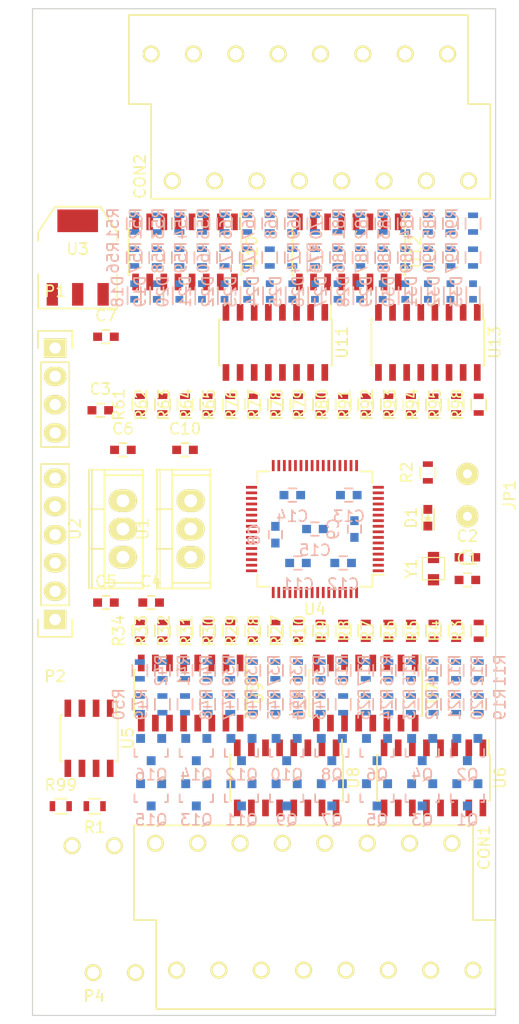
<source format=kicad_pcb>
(kicad_pcb (version 4) (host pcbnew "(2015-08-18 BZR 6102)-product")
  (layers (0 F.Cu signal) (31 B.Cu signal) (34 B.Paste user) (35 F.Paste user) (36 B.SilkS user) (37 F.SilkS user) (38 B.Mask user) (39 F.Mask user) (44 Edge.Cuts user))
  (net 0 "")
  (net 1 VIN)
  (net 2 GND)
  (net 3 +24V)
  (net 4 +5V)
  (net 5 +3V3)
  (net 6 "Net-(D1-Pad2)")
  (net 7 GNDREF)
  (net 8 "Net-(D21-Pad1)")
  (net 9 "Net-(D22-Pad1)")
  (net 10 "Net-(D23-Pad1)")
  (net 11 "Net-(D24-Pad1)")
  (net 12 "Net-(D27-Pad1)")
  (net 13 "Net-(D28-Pad1)")
  (net 14 "Net-(D29-Pad1)")
  (net 15 "Net-(D30-Pad1)")
  (net 16 "Net-(D31-Pad1)")
  (net 17 "Net-(D32-Pad1)")
  (net 18 "Net-(D33-Pad1)")
  (net 19 "Net-(JP1-Pad1)")
  (net 20 SWCLK)
  (net 21 SWDIO)
  (net 22 NRST)
  (net 23 /Inputs-1/DO_01)
  (net 24 /Inputs-1/DO_02)
  (net 25 /Inputs-1/DO_03)
  (net 26 /Inputs-1/DO_04)
  (net 27 /Inputs-1/DO_05)
  (net 28 /Inputs-1/DO_06)
  (net 29 /Inputs-1/DO_07)
  (net 30 /Inputs-1/DO_08)
  (net 31 /Inputs-1/DO_09)
  (net 32 /Inputs-1/DO_10)
  (net 33 /Inputs-1/DO_11)
  (net 34 /Inputs-1/DO_12)
  (net 35 /Inputs-1/DO_13)
  (net 36 /Inputs-1/DO_14)
  (net 37 /Inputs-1/DO_15)
  (net 38 /Inputs-1/DO_16)
  (net 39 /Inputs-1/DI_01)
  (net 40 /Inputs-1/DI_02)
  (net 41 /Inputs-1/DI_03)
  (net 42 /Inputs-1/DI_04)
  (net 43 /Inputs-1/DI_05)
  (net 44 /Inputs-1/DI_06)
  (net 45 /Inputs-1/DI_07)
  (net 46 /Inputs-1/DI_08)
  (net 47 /Inputs-1/DI_09)
  (net 48 /Inputs-1/DI_10)
  (net 49 /Inputs-1/DI_11)
  (net 50 /Inputs-1/DI_12)
  (net 51 /Inputs-1/DI_13)
  (net 52 /Inputs-1/DI_14)
  (net 53 /Inputs-1/DI_15)
  (net 54 /Inputs-1/DI_16)
  (net 55 DBG_TX)
  (net 56 DBG_RX)
  (net 57 "Net-(Q1-Pad1)")
  (net 58 "Net-(Q2-Pad1)")
  (net 59 "Net-(Q3-Pad1)")
  (net 60 "Net-(Q4-Pad1)")
  (net 61 "Net-(Q5-Pad1)")
  (net 62 "Net-(Q6-Pad1)")
  (net 63 "Net-(Q7-Pad1)")
  (net 64 "Net-(Q8-Pad1)")
  (net 65 "Net-(Q9-Pad1)")
  (net 66 "Net-(Q10-Pad1)")
  (net 67 "Net-(Q11-Pad1)")
  (net 68 "Net-(Q12-Pad1)")
  (net 69 "Net-(Q13-Pad1)")
  (net 70 "Net-(Q14-Pad1)")
  (net 71 "Net-(Q15-Pad1)")
  (net 72 "Net-(Q16-Pad1)")
  (net 73 "Net-(R4-Pad1)")
  (net 74 "Net-(R6-Pad1)")
  (net 75 /Inputs-1/I_0)
  (net 76 "Net-(R9-Pad1)")
  (net 77 /Inputs-1/O_0)
  (net 78 "Net-(R10-Pad1)")
  (net 79 /Inputs-1/O_2)
  (net 80 /Inputs-1/O_3)
  (net 81 /Inputs-1/O_4)
  (net 82 /Inputs-1/O_5)
  (net 83 "Net-(R33-Pad1)")
  (net 84 "Net-(R34-Pad1)")
  (net 85 "Net-(R57-Pad1)")
  (net 86 "Net-(R58-Pad1)")
  (net 87 "Net-(R71-Pad1)")
  (net 88 "Net-(R72-Pad1)")
  (net 89 /Inputs-1/I_1)
  (net 90 /Inputs-1/I_2)
  (net 91 /Inputs-1/I_3)
  (net 92 /Inputs-1/I_4)
  (net 93 "Net-(R86-Pad1)")
  (net 94 "Net-(R87-Pad1)")
  (net 95 "Net-(R88-Pad1)")
  (net 96 "Net-(R89-Pad1)")
  (net 97 "Net-(R90-Pad1)")
  (net 98 /Inputs-1/I_5)
  (net 99 /Inputs-1/I_6)
  (net 100 /Inputs-1/I_7)
  (net 101 /Inputs-1/I_8)
  (net 102 /Inputs-1/I_9)
  (net 103 /Inputs-1/I_10)
  (net 104 /Inputs-1/I_11)
  (net 105 /Inputs-1/I_12)
  (net 106 /Inputs-1/I_13)
  (net 107 /Inputs-1/I_14)
  (net 108 /Inputs-1/I_15)
  (net 109 /Inputs-1/O_1)
  (net 110 /Inputs-1/O_13)
  (net 111 /Inputs-1/O_7)
  (net 112 /Inputs-1/O_9)
  (net 113 /Inputs-1/O_10)
  (net 114 /Inputs-1/O_11)
  (net 115 /Inputs-1/O_12)
  (net 116 /Inputs-1/O_14)
  (net 117 /Inputs-1/O_15)
  (net 118 /Inputs-1/O_6)
  (net 119 /Inputs-1/O_8)
  (net 120 "Net-(C1-Pad1)")
  (net 121 "Net-(C2-Pad1)")
  (net 122 "Net-(D20-Pad1)")
  (net 123 "Net-(R2-Pad1)")
  (net 124 "Net-(R3-Pad1)")
  (net 125 "Net-(R5-Pad1)")
  (net 126 "Net-(R7-Pad1)")
  (net 127 "Net-(R8-Pad1)")
  (net 128 "Net-(R27-Pad1)")
  (net 129 "Net-(R28-Pad1)")
  (net 130 "Net-(R29-Pad1)")
  (net 131 "Net-(R30-Pad1)")
  (net 132 "Net-(R31-Pad1)")
  (net 133 "Net-(R32-Pad1)")
  (net 134 CAN_RX)
  (net 135 CAN_TX)
  (net 136 "Net-(D18-Pad1)")
  (net 137 "Net-(D19-Pad1)")
  (net 138 "Net-(D25-Pad1)")
  (net 139 "Net-(D26-Pad1)")
  (net 140 "Net-(R56-Pad1)")
  (net 141 "Net-(R59-Pad1)")
  (net 142 "Net-(R60-Pad1)")
  (net 143 "Net-(R73-Pad1)")
  (net 144 "Net-(R74-Pad1)")
  (net 145 "Net-(R75-Pad1)")
  (net 146 "Net-(R97-Pad1)")
  (net 147 /CANH)
  (net 148 "Net-(R1-Pad1)")
  (net 149 /CANL)
  (module Capacitors_SMD:C_0603 (layer F.Cu) (at 163.068 98.552)
    (fp_text reference C1 (at 0 -1.9) (layer F.SilkS))
    (fp_text value 20pF)
    (pad 1 smd rect (at -0.75 0) (size 0.8 0.75) (layers F.Cu F.Paste F.Mask) (net 120 "Net-(C1-Pad1)"))
    (pad 2 smd rect (at 0.75 0) (size 0.8 0.75) (layers F.Cu F.Paste F.Mask) (net 2 GND))
  )
  (module Capacitors_SMD:C_0603 (layer F.Cu) (at 163.068 96.52)
    (fp_text reference C2 (at 0 -1.9) (layer F.SilkS))
    (fp_text value 20pF)
    (pad 1 smd rect (at -0.75 0) (size 0.8 0.75) (layers F.Cu F.Paste F.Mask) (net 121 "Net-(C2-Pad1)"))
    (pad 2 smd rect (at 0.75 0) (size 0.8 0.75) (layers F.Cu F.Paste F.Mask) (net 2 GND))
  )
  (module Capacitors_SMD:C_0603 (layer F.Cu) (at 130.048 83.312)
    (fp_text reference C3 (at 0 -1.9) (layer F.SilkS))
    (fp_text value 0.33uF)
    (pad 1 smd rect (at -0.75 0) (size 0.8 0.75) (layers F.Cu F.Paste F.Mask) (net 1 VIN))
    (pad 2 smd rect (at 0.75 0) (size 0.8 0.75) (layers F.Cu F.Paste F.Mask) (net 2 GND))
  )
  (module Capacitors_SMD:C_0603 (layer F.Cu) (at 134.62 100.584)
    (fp_text reference C4 (at 0 -1.9) (layer F.SilkS))
    (fp_text value 0.33uF)
    (pad 1 smd rect (at -0.75 0) (size 0.8 0.75) (layers F.Cu F.Paste F.Mask) (net 1 VIN))
    (pad 2 smd rect (at 0.75 0) (size 0.8 0.75) (layers F.Cu F.Paste F.Mask) (net 2 GND))
  )
  (module Capacitors_SMD:C_0603 (layer F.Cu) (at 130.556 100.584)
    (fp_text reference C5 (at 0 -1.9) (layer F.SilkS))
    (fp_text value 0.1uF)
    (pad 1 smd rect (at -0.75 0) (size 0.8 0.75) (layers F.Cu F.Paste F.Mask) (net 3 +24V))
    (pad 2 smd rect (at 0.75 0) (size 0.8 0.75) (layers F.Cu F.Paste F.Mask) (net 2 GND))
  )
  (module Capacitors_SMD:C_0603 (layer F.Cu) (at 132.08 86.868)
    (fp_text reference C6 (at 0 -1.9) (layer F.SilkS))
    (fp_text value 0.1uF)
    (pad 1 smd rect (at -0.75 0) (size 0.8 0.75) (layers F.Cu F.Paste F.Mask) (net 4 +5V))
    (pad 2 smd rect (at 0.75 0) (size 0.8 0.75) (layers F.Cu F.Paste F.Mask) (net 2 GND))
  )
  (module Capacitors_SMD:C_0603 (layer F.Cu) (at 130.556 76.708)
    (fp_text reference C7 (at 0 -1.9) (layer F.SilkS))
    (fp_text value 10uF)
    (pad 1 smd rect (at -0.75 0) (size 0.8 0.75) (layers F.Cu F.Paste F.Mask) (net 4 +5V))
    (pad 2 smd rect (at 0.75 0) (size 0.8 0.75) (layers F.Cu F.Paste F.Mask) (net 2 GND))
  )
  (module Capacitors_SMD:C_0603 (layer B.Cu) (at 145.796 94.488 270)
    (fp_text reference C8 (at 0 1.9 270) (layer B.SilkS) (effects (justify mirror)))
    (fp_text value 100nF)
    (pad 1 smd rect (at -0.75 0 270) (size 0.8 0.75) (layers B.Cu B.Paste B.Mask) (net 5 +3V3))
    (pad 2 smd rect (at 0.75 0 270) (size 0.8 0.75) (layers B.Cu B.Paste B.Mask) (net 2 GND))
  )
  (module Capacitors_SMD:C_0603 (layer B.Cu) (at 152.908 93.98 270)
    (fp_text reference C9 (at 0 1.9 270) (layer B.SilkS) (effects (justify mirror)))
    (fp_text value 100nF)
    (pad 1 smd rect (at -0.75 0 270) (size 0.8 0.75) (layers B.Cu B.Paste B.Mask) (net 5 +3V3))
    (pad 2 smd rect (at 0.75 0 270) (size 0.8 0.75) (layers B.Cu B.Paste B.Mask) (net 2 GND))
  )
  (module Capacitors_SMD:C_0603 (layer F.Cu) (at 137.668 86.868)
    (fp_text reference C10 (at 0 -1.9) (layer F.SilkS))
    (fp_text value 10uF)
    (pad 1 smd rect (at -0.75 0) (size 0.8 0.75) (layers F.Cu F.Paste F.Mask) (net 5 +3V3))
    (pad 2 smd rect (at 0.75 0) (size 0.8 0.75) (layers F.Cu F.Paste F.Mask) (net 2 GND))
  )
  (module Capacitors_SMD:C_0603 (layer B.Cu) (at 147.828 97.028)
    (fp_text reference C11 (at 0 1.9) (layer B.SilkS) (effects (justify mirror)))
    (fp_text value 100nF)
    (pad 1 smd rect (at -0.75 0) (size 0.8 0.75) (layers B.Cu B.Paste B.Mask) (net 5 +3V3))
    (pad 2 smd rect (at 0.75 0) (size 0.8 0.75) (layers B.Cu B.Paste B.Mask) (net 2 GND))
  )
  (module Capacitors_SMD:C_0603 (layer B.Cu) (at 151.892 97.028)
    (fp_text reference C12 (at 0 1.9) (layer B.SilkS) (effects (justify mirror)))
    (fp_text value 100nF)
    (pad 1 smd rect (at -0.75 0) (size 0.8 0.75) (layers B.Cu B.Paste B.Mask) (net 5 +3V3))
    (pad 2 smd rect (at 0.75 0) (size 0.8 0.75) (layers B.Cu B.Paste B.Mask) (net 2 GND))
  )
  (module Capacitors_SMD:C_0603 (layer B.Cu) (at 152.4 90.932)
    (fp_text reference C13 (at 0 1.9) (layer B.SilkS) (effects (justify mirror)))
    (fp_text value 100nF)
    (pad 1 smd rect (at -0.75 0) (size 0.8 0.75) (layers B.Cu B.Paste B.Mask) (net 5 +3V3))
    (pad 2 smd rect (at 0.75 0) (size 0.8 0.75) (layers B.Cu B.Paste B.Mask) (net 2 GND))
  )
  (module Capacitors_SMD:C_0603 (layer B.Cu) (at 147.32 90.932)
    (fp_text reference C14 (at 0 1.9) (layer B.SilkS) (effects (justify mirror)))
    (fp_text value 100nF)
    (pad 1 smd rect (at -0.75 0) (size 0.8 0.75) (layers B.Cu B.Paste B.Mask) (net 5 +3V3))
    (pad 2 smd rect (at 0.75 0) (size 0.8 0.75) (layers B.Cu B.Paste B.Mask) (net 2 GND))
  )
  (module LEDs:LED-0603 (layer F.Cu) (at 159.512 92.964 90)
    (fp_text reference D1 (at 0 -1.5 90) (layer F.SilkS))
    (fp_text value LED)
    (pad 2 smd rect (at 0.7493 0 270) (size 0.79756 0.79756) (layers F.Cu F.Paste F.Mask) (net 6 "Net-(D1-Pad2)"))
    (pad 1 smd rect (at -0.7493 0 270) (size 0.79756 0.79756) (layers F.Cu F.Paste F.Mask) (net 2 GND))
  )
  (module Pin_Headers:Pin_Header_Straight_1x06 (layer F.Cu) (at 125.984 102.108 180)
    (fp_text reference P2 (at 0 -5.1 180) (layer F.SilkS))
    (fp_text value CONN_01X06)
    (pad 1 thru_hole rect (at 0 0 180) (size 2.032 1.7272) (drill 1.016) (layers *.Cu *.Mask F.SilkS) (net 5 +3V3))
    (pad 2 thru_hole oval (at 0 2.54 180) (size 2.032 1.7272) (drill 1.016) (layers *.Cu *.Mask F.SilkS) (net 20 SWCLK))
    (pad 3 thru_hole oval (at 0 5.08 180) (size 2.032 1.7272) (drill 1.016) (layers *.Cu *.Mask F.SilkS) (net 2 GND))
    (pad 4 thru_hole oval (at 0 7.62 180) (size 2.032 1.7272) (drill 1.016) (layers *.Cu *.Mask F.SilkS) (net 21 SWDIO))
    (pad 5 thru_hole oval (at 0 10.16 180) (size 2.032 1.7272) (drill 1.016) (layers *.Cu *.Mask F.SilkS) (net 22 NRST))
    (pad 6 thru_hole oval (at 0 12.7 180) (size 2.032 1.7272) (drill 1.016) (layers *.Cu *.Mask F.SilkS))
  )
  (module Resistors_SMD:R_0603 (layer F.Cu) (at 129.54 118.872 180)
    (fp_text reference R1 (at 0 -1.9 180) (layer F.SilkS))
    (fp_text value 1k)
    (pad 1 smd rect (at -0.75 0 180) (size 0.5 0.9) (layers F.Cu F.Paste F.Mask) (net 148 "Net-(R1-Pad1)"))
    (pad 2 smd rect (at 0.75 0 180) (size 0.5 0.9) (layers F.Cu F.Paste F.Mask) (net 2 GND))
  )
  (module Resistors_SMD:R_0603 (layer F.Cu) (at 162.052 103.124 90)
    (fp_text reference R4 (at 0 -1.9 90) (layer F.SilkS))
    (fp_text value 220)
    (pad 1 smd rect (at -0.75 0 90) (size 0.5 0.9) (layers F.Cu F.Paste F.Mask) (net 73 "Net-(R4-Pad1)"))
    (pad 2 smd rect (at 0.75 0 90) (size 0.5 0.9) (layers F.Cu F.Paste F.Mask) (net 109 /Inputs-1/O_1))
  )
  (module Resistors_SMD:R_0603 (layer F.Cu) (at 160.02 103.124 90)
    (fp_text reference R5 (at 0 -1.9 90) (layer F.SilkS))
    (fp_text value 220)
    (pad 1 smd rect (at -0.75 0 90) (size 0.5 0.9) (layers F.Cu F.Paste F.Mask) (net 125 "Net-(R5-Pad1)"))
    (pad 2 smd rect (at 0.75 0 90) (size 0.5 0.9) (layers F.Cu F.Paste F.Mask) (net 79 /Inputs-1/O_2))
  )
  (module Resistors_SMD:R_0603 (layer F.Cu) (at 157.988 103.124 90)
    (fp_text reference R6 (at 0 -1.9 90) (layer F.SilkS))
    (fp_text value 220)
    (pad 1 smd rect (at -0.75 0 90) (size 0.5 0.9) (layers F.Cu F.Paste F.Mask) (net 74 "Net-(R6-Pad1)"))
    (pad 2 smd rect (at 0.75 0 90) (size 0.5 0.9) (layers F.Cu F.Paste F.Mask) (net 80 /Inputs-1/O_3))
  )
  (module Resistors_SMD:R_0603 (layer F.Cu) (at 155.956 103.124 90)
    (fp_text reference R7 (at 0 -1.9 90) (layer F.SilkS))
    (fp_text value 220)
    (pad 1 smd rect (at -0.75 0 90) (size 0.5 0.9) (layers F.Cu F.Paste F.Mask) (net 126 "Net-(R7-Pad1)"))
    (pad 2 smd rect (at 0.75 0 90) (size 0.5 0.9) (layers F.Cu F.Paste F.Mask) (net 81 /Inputs-1/O_4))
  )
  (module Resistors_SMD:R_0603 (layer F.Cu) (at 151.892 103.124 90)
    (fp_text reference R9 (at 0 -1.9 90) (layer F.SilkS))
    (fp_text value 220)
    (pad 1 smd rect (at -0.75 0 90) (size 0.5 0.9) (layers F.Cu F.Paste F.Mask) (net 76 "Net-(R9-Pad1)"))
    (pad 2 smd rect (at 0.75 0 90) (size 0.5 0.9) (layers F.Cu F.Paste F.Mask) (net 118 /Inputs-1/O_6))
  )
  (module Resistors_SMD:R_0603 (layer F.Cu) (at 149.86 103.124 90)
    (fp_text reference R10 (at 0 -1.9 90) (layer F.SilkS))
    (fp_text value 220)
    (pad 1 smd rect (at -0.75 0 90) (size 0.5 0.9) (layers F.Cu F.Paste F.Mask) (net 78 "Net-(R10-Pad1)"))
    (pad 2 smd rect (at 0.75 0 90) (size 0.5 0.9) (layers F.Cu F.Paste F.Mask) (net 111 /Inputs-1/O_7))
  )
  (module Resistors_SMD:R_0603 (layer B.Cu) (at 164.084 106.68 90)
    (fp_text reference R11 (at 0 1.9 90) (layer B.SilkS) (effects (justify mirror)))
    (fp_text value 10k)
    (pad 1 smd rect (at -0.75 0 90) (size 0.5 0.9) (layers B.Cu B.Paste B.Mask) (net 3 +24V))
    (pad 2 smd rect (at 0.75 0 90) (size 0.5 0.9) (layers B.Cu B.Paste B.Mask) (net 57 "Net-(Q1-Pad1)"))
  )
  (module Resistors_SMD:R_0603 (layer B.Cu) (at 162.052 106.68 90)
    (fp_text reference R12 (at 0 1.9 90) (layer B.SilkS) (effects (justify mirror)))
    (fp_text value 10k)
    (pad 1 smd rect (at -0.75 0 90) (size 0.5 0.9) (layers B.Cu B.Paste B.Mask) (net 3 +24V))
    (pad 2 smd rect (at 0.75 0 90) (size 0.5 0.9) (layers B.Cu B.Paste B.Mask) (net 58 "Net-(Q2-Pad1)"))
  )
  (module Resistors_SMD:R_0603 (layer B.Cu) (at 160.02 106.68 90)
    (fp_text reference R13 (at 0 1.9 90) (layer B.SilkS) (effects (justify mirror)))
    (fp_text value 10k)
    (pad 1 smd rect (at -0.75 0 90) (size 0.5 0.9) (layers B.Cu B.Paste B.Mask) (net 3 +24V))
    (pad 2 smd rect (at 0.75 0 90) (size 0.5 0.9) (layers B.Cu B.Paste B.Mask) (net 59 "Net-(Q3-Pad1)"))
  )
  (module Resistors_SMD:R_0603 (layer B.Cu) (at 157.988 106.68 90)
    (fp_text reference R14 (at 0 1.9 90) (layer B.SilkS) (effects (justify mirror)))
    (fp_text value 10k)
    (pad 1 smd rect (at -0.75 0 90) (size 0.5 0.9) (layers B.Cu B.Paste B.Mask) (net 3 +24V))
    (pad 2 smd rect (at 0.75 0 90) (size 0.5 0.9) (layers B.Cu B.Paste B.Mask) (net 60 "Net-(Q4-Pad1)"))
  )
  (module Resistors_SMD:R_0603 (layer B.Cu) (at 155.956 106.68 90)
    (fp_text reference R15 (at 0 1.9 90) (layer B.SilkS) (effects (justify mirror)))
    (fp_text value 10k)
    (pad 1 smd rect (at -0.75 0 90) (size 0.5 0.9) (layers B.Cu B.Paste B.Mask) (net 3 +24V))
    (pad 2 smd rect (at 0.75 0 90) (size 0.5 0.9) (layers B.Cu B.Paste B.Mask) (net 61 "Net-(Q5-Pad1)"))
  )
  (module Resistors_SMD:R_0603 (layer B.Cu) (at 153.924 106.68 90)
    (fp_text reference R16 (at 0 1.9 90) (layer B.SilkS) (effects (justify mirror)))
    (fp_text value 10k)
    (pad 1 smd rect (at -0.75 0 90) (size 0.5 0.9) (layers B.Cu B.Paste B.Mask) (net 3 +24V))
    (pad 2 smd rect (at 0.75 0 90) (size 0.5 0.9) (layers B.Cu B.Paste B.Mask) (net 62 "Net-(Q6-Pad1)"))
  )
  (module Resistors_SMD:R_0603 (layer B.Cu) (at 151.892 106.68 90)
    (fp_text reference R17 (at 0 1.9 90) (layer B.SilkS) (effects (justify mirror)))
    (fp_text value 10k)
    (pad 1 smd rect (at -0.75 0 90) (size 0.5 0.9) (layers B.Cu B.Paste B.Mask) (net 3 +24V))
    (pad 2 smd rect (at 0.75 0 90) (size 0.5 0.9) (layers B.Cu B.Paste B.Mask) (net 63 "Net-(Q7-Pad1)"))
  )
  (module Resistors_SMD:R_0603 (layer B.Cu) (at 149.86 106.68 90)
    (fp_text reference R18 (at 0 1.9 90) (layer B.SilkS) (effects (justify mirror)))
    (fp_text value 10k)
    (pad 1 smd rect (at -0.75 0 90) (size 0.5 0.9) (layers B.Cu B.Paste B.Mask) (net 3 +24V))
    (pad 2 smd rect (at 0.75 0 90) (size 0.5 0.9) (layers B.Cu B.Paste B.Mask) (net 64 "Net-(Q8-Pad1)"))
  )
  (module Resistors_SMD:R_0603 (layer B.Cu) (at 164.084 109.728 90)
    (fp_text reference R19 (at 0 1.9 90) (layer B.SilkS) (effects (justify mirror)))
    (fp_text value 10k)
    (pad 1 smd rect (at -0.75 0 90) (size 0.5 0.9) (layers B.Cu B.Paste B.Mask) (net 3 +24V))
    (pad 2 smd rect (at 0.75 0 90) (size 0.5 0.9) (layers B.Cu B.Paste B.Mask) (net 23 /Inputs-1/DO_01))
  )
  (module Resistors_SMD:R_0603 (layer B.Cu) (at 162.052 109.728 90)
    (fp_text reference R20 (at 0 1.9 90) (layer B.SilkS) (effects (justify mirror)))
    (fp_text value 10k)
    (pad 1 smd rect (at -0.75 0 90) (size 0.5 0.9) (layers B.Cu B.Paste B.Mask) (net 3 +24V))
    (pad 2 smd rect (at 0.75 0 90) (size 0.5 0.9) (layers B.Cu B.Paste B.Mask) (net 24 /Inputs-1/DO_02))
  )
  (module Resistors_SMD:R_0603 (layer B.Cu) (at 160.02 109.728 90)
    (fp_text reference R21 (at 0 1.9 90) (layer B.SilkS) (effects (justify mirror)))
    (fp_text value 10k)
    (pad 1 smd rect (at -0.75 0 90) (size 0.5 0.9) (layers B.Cu B.Paste B.Mask) (net 3 +24V))
    (pad 2 smd rect (at 0.75 0 90) (size 0.5 0.9) (layers B.Cu B.Paste B.Mask) (net 25 /Inputs-1/DO_03))
  )
  (module Resistors_SMD:R_0603 (layer B.Cu) (at 157.988 109.728 90)
    (fp_text reference R22 (at 0 1.9 90) (layer B.SilkS) (effects (justify mirror)))
    (fp_text value 10k)
    (pad 1 smd rect (at -0.75 0 90) (size 0.5 0.9) (layers B.Cu B.Paste B.Mask) (net 3 +24V))
    (pad 2 smd rect (at 0.75 0 90) (size 0.5 0.9) (layers B.Cu B.Paste B.Mask) (net 26 /Inputs-1/DO_04))
  )
  (module Resistors_SMD:R_0603 (layer B.Cu) (at 155.956 109.728 90)
    (fp_text reference R23 (at 0 1.9 90) (layer B.SilkS) (effects (justify mirror)))
    (fp_text value 10k)
    (pad 1 smd rect (at -0.75 0 90) (size 0.5 0.9) (layers B.Cu B.Paste B.Mask) (net 3 +24V))
    (pad 2 smd rect (at 0.75 0 90) (size 0.5 0.9) (layers B.Cu B.Paste B.Mask) (net 27 /Inputs-1/DO_05))
  )
  (module Resistors_SMD:R_0603 (layer B.Cu) (at 153.924 109.728 90)
    (fp_text reference R24 (at 0 1.9 90) (layer B.SilkS) (effects (justify mirror)))
    (fp_text value 10k)
    (pad 1 smd rect (at -0.75 0 90) (size 0.5 0.9) (layers B.Cu B.Paste B.Mask) (net 3 +24V))
    (pad 2 smd rect (at 0.75 0 90) (size 0.5 0.9) (layers B.Cu B.Paste B.Mask) (net 28 /Inputs-1/DO_06))
  )
  (module Resistors_SMD:R_0603 (layer B.Cu) (at 151.892 109.728 90)
    (fp_text reference R25 (at 0 1.9 90) (layer B.SilkS) (effects (justify mirror)))
    (fp_text value 10k)
    (pad 1 smd rect (at -0.75 0 90) (size 0.5 0.9) (layers B.Cu B.Paste B.Mask) (net 3 +24V))
    (pad 2 smd rect (at 0.75 0 90) (size 0.5 0.9) (layers B.Cu B.Paste B.Mask) (net 29 /Inputs-1/DO_07))
  )
  (module Resistors_SMD:R_0603 (layer B.Cu) (at 149.86 109.728 270)
    (fp_text reference R26 (at 0 1.9 270) (layer B.SilkS) (effects (justify mirror)))
    (fp_text value 10k)
    (pad 1 smd rect (at -0.75 0 270) (size 0.5 0.9) (layers B.Cu B.Paste B.Mask) (net 3 +24V))
    (pad 2 smd rect (at 0.75 0 270) (size 0.5 0.9) (layers B.Cu B.Paste B.Mask) (net 30 /Inputs-1/DO_08))
  )
  (module Resistors_SMD:R_0603 (layer F.Cu) (at 147.828 103.124 90)
    (fp_text reference R27 (at 0 -1.9 90) (layer F.SilkS))
    (fp_text value 220)
    (pad 1 smd rect (at -0.75 0 90) (size 0.5 0.9) (layers F.Cu F.Paste F.Mask) (net 128 "Net-(R27-Pad1)"))
    (pad 2 smd rect (at 0.75 0 90) (size 0.5 0.9) (layers F.Cu F.Paste F.Mask) (net 119 /Inputs-1/O_8))
  )
  (module Resistors_SMD:R_0603 (layer F.Cu) (at 145.796 103.124 90)
    (fp_text reference R28 (at 0 -1.9 90) (layer F.SilkS))
    (fp_text value 220)
    (pad 1 smd rect (at -0.75 0 90) (size 0.5 0.9) (layers F.Cu F.Paste F.Mask) (net 129 "Net-(R28-Pad1)"))
    (pad 2 smd rect (at 0.75 0 90) (size 0.5 0.9) (layers F.Cu F.Paste F.Mask) (net 112 /Inputs-1/O_9))
  )
  (module Resistors_SMD:R_0603 (layer F.Cu) (at 143.764 103.124 90)
    (fp_text reference R29 (at 0 -1.9 90) (layer F.SilkS))
    (fp_text value 220)
    (pad 1 smd rect (at -0.75 0 90) (size 0.5 0.9) (layers F.Cu F.Paste F.Mask) (net 130 "Net-(R29-Pad1)"))
    (pad 2 smd rect (at 0.75 0 90) (size 0.5 0.9) (layers F.Cu F.Paste F.Mask) (net 113 /Inputs-1/O_10))
  )
  (module Resistors_SMD:R_0603 (layer F.Cu) (at 141.732 103.124 90)
    (fp_text reference R30 (at 0 -1.9 90) (layer F.SilkS))
    (fp_text value 220)
    (pad 1 smd rect (at -0.75 0 90) (size 0.5 0.9) (layers F.Cu F.Paste F.Mask) (net 131 "Net-(R30-Pad1)"))
    (pad 2 smd rect (at 0.75 0 90) (size 0.5 0.9) (layers F.Cu F.Paste F.Mask) (net 114 /Inputs-1/O_11))
  )
  (module Resistors_SMD:R_0603 (layer F.Cu) (at 139.7 103.124 90)
    (fp_text reference R31 (at 0 -1.9 90) (layer F.SilkS))
    (fp_text value 220)
    (pad 1 smd rect (at -0.75 0 90) (size 0.5 0.9) (layers F.Cu F.Paste F.Mask) (net 132 "Net-(R31-Pad1)"))
    (pad 2 smd rect (at 0.75 0 90) (size 0.5 0.9) (layers F.Cu F.Paste F.Mask) (net 115 /Inputs-1/O_12))
  )
  (module Resistors_SMD:R_0603 (layer F.Cu) (at 137.668 103.124 90)
    (fp_text reference R32 (at 0 -1.9 90) (layer F.SilkS))
    (fp_text value 220)
    (pad 1 smd rect (at -0.75 0 90) (size 0.5 0.9) (layers F.Cu F.Paste F.Mask) (net 133 "Net-(R32-Pad1)"))
    (pad 2 smd rect (at 0.75 0 90) (size 0.5 0.9) (layers F.Cu F.Paste F.Mask) (net 110 /Inputs-1/O_13))
  )
  (module Resistors_SMD:R_0603 (layer F.Cu) (at 135.636 103.124 90)
    (fp_text reference R33 (at 0 -1.9 90) (layer F.SilkS))
    (fp_text value 220)
    (pad 1 smd rect (at -0.75 0 90) (size 0.5 0.9) (layers F.Cu F.Paste F.Mask) (net 83 "Net-(R33-Pad1)"))
    (pad 2 smd rect (at 0.75 0 90) (size 0.5 0.9) (layers F.Cu F.Paste F.Mask) (net 116 /Inputs-1/O_14))
  )
  (module Resistors_SMD:R_0603 (layer F.Cu) (at 133.604 103.124 90)
    (fp_text reference R34 (at 0 -1.9 90) (layer F.SilkS))
    (fp_text value 220)
    (pad 1 smd rect (at -0.75 0 90) (size 0.5 0.9) (layers F.Cu F.Paste F.Mask) (net 84 "Net-(R34-Pad1)"))
    (pad 2 smd rect (at 0.75 0 90) (size 0.5 0.9) (layers F.Cu F.Paste F.Mask) (net 117 /Inputs-1/O_15))
  )
  (module Resistors_SMD:R_0603 (layer B.Cu) (at 147.828 106.68 90)
    (fp_text reference R35 (at 0 1.9 90) (layer B.SilkS) (effects (justify mirror)))
    (fp_text value 10k)
    (pad 1 smd rect (at -0.75 0 90) (size 0.5 0.9) (layers B.Cu B.Paste B.Mask) (net 3 +24V))
    (pad 2 smd rect (at 0.75 0 90) (size 0.5 0.9) (layers B.Cu B.Paste B.Mask) (net 65 "Net-(Q9-Pad1)"))
  )
  (module Resistors_SMD:R_0603 (layer B.Cu) (at 145.796 106.68 90)
    (fp_text reference R36 (at 0 1.9 90) (layer B.SilkS) (effects (justify mirror)))
    (fp_text value 10k)
    (pad 1 smd rect (at -0.75 0 90) (size 0.5 0.9) (layers B.Cu B.Paste B.Mask) (net 3 +24V))
    (pad 2 smd rect (at 0.75 0 90) (size 0.5 0.9) (layers B.Cu B.Paste B.Mask) (net 66 "Net-(Q10-Pad1)"))
  )
  (module Resistors_SMD:R_0603 (layer B.Cu) (at 143.764 106.68 90)
    (fp_text reference R37 (at 0 1.9 90) (layer B.SilkS) (effects (justify mirror)))
    (fp_text value 10k)
    (pad 1 smd rect (at -0.75 0 90) (size 0.5 0.9) (layers B.Cu B.Paste B.Mask) (net 3 +24V))
    (pad 2 smd rect (at 0.75 0 90) (size 0.5 0.9) (layers B.Cu B.Paste B.Mask) (net 67 "Net-(Q11-Pad1)"))
  )
  (module Resistors_SMD:R_0603 (layer B.Cu) (at 141.732 106.68 90)
    (fp_text reference R38 (at 0 1.9 90) (layer B.SilkS) (effects (justify mirror)))
    (fp_text value 10k)
    (pad 1 smd rect (at -0.75 0 90) (size 0.5 0.9) (layers B.Cu B.Paste B.Mask) (net 3 +24V))
    (pad 2 smd rect (at 0.75 0 90) (size 0.5 0.9) (layers B.Cu B.Paste B.Mask) (net 68 "Net-(Q12-Pad1)"))
  )
  (module Resistors_SMD:R_0603 (layer B.Cu) (at 139.7 106.68 90)
    (fp_text reference R39 (at 0 1.9 90) (layer B.SilkS) (effects (justify mirror)))
    (fp_text value 10k)
    (pad 1 smd rect (at -0.75 0 90) (size 0.5 0.9) (layers B.Cu B.Paste B.Mask) (net 3 +24V))
    (pad 2 smd rect (at 0.75 0 90) (size 0.5 0.9) (layers B.Cu B.Paste B.Mask) (net 69 "Net-(Q13-Pad1)"))
  )
  (module Resistors_SMD:R_0603 (layer B.Cu) (at 137.668 106.68 90)
    (fp_text reference R40 (at 0 1.9 90) (layer B.SilkS) (effects (justify mirror)))
    (fp_text value 10k)
    (pad 1 smd rect (at -0.75 0 90) (size 0.5 0.9) (layers B.Cu B.Paste B.Mask) (net 3 +24V))
    (pad 2 smd rect (at 0.75 0 90) (size 0.5 0.9) (layers B.Cu B.Paste B.Mask) (net 70 "Net-(Q14-Pad1)"))
  )
  (module Resistors_SMD:R_0603 (layer B.Cu) (at 135.636 106.68 90)
    (fp_text reference R41 (at 0 1.9 90) (layer B.SilkS) (effects (justify mirror)))
    (fp_text value 10k)
    (pad 1 smd rect (at -0.75 0 90) (size 0.5 0.9) (layers B.Cu B.Paste B.Mask) (net 3 +24V))
    (pad 2 smd rect (at 0.75 0 90) (size 0.5 0.9) (layers B.Cu B.Paste B.Mask) (net 71 "Net-(Q15-Pad1)"))
  )
  (module Resistors_SMD:R_0603 (layer B.Cu) (at 133.604 106.68 90)
    (fp_text reference R42 (at 0 1.9 90) (layer B.SilkS) (effects (justify mirror)))
    (fp_text value 10k)
    (pad 1 smd rect (at -0.75 0 90) (size 0.5 0.9) (layers B.Cu B.Paste B.Mask) (net 3 +24V))
    (pad 2 smd rect (at 0.75 0 90) (size 0.5 0.9) (layers B.Cu B.Paste B.Mask) (net 72 "Net-(Q16-Pad1)"))
  )
  (module Resistors_SMD:R_0603 (layer B.Cu) (at 147.828 109.728 90)
    (fp_text reference R43 (at 0 1.9 90) (layer B.SilkS) (effects (justify mirror)))
    (fp_text value 10k)
    (pad 1 smd rect (at -0.75 0 90) (size 0.5 0.9) (layers B.Cu B.Paste B.Mask) (net 3 +24V))
    (pad 2 smd rect (at 0.75 0 90) (size 0.5 0.9) (layers B.Cu B.Paste B.Mask) (net 31 /Inputs-1/DO_09))
  )
  (module Resistors_SMD:R_0603 (layer B.Cu) (at 145.796 109.728 90)
    (fp_text reference R44 (at 0 1.9 90) (layer B.SilkS) (effects (justify mirror)))
    (fp_text value 10k)
    (pad 1 smd rect (at -0.75 0 90) (size 0.5 0.9) (layers B.Cu B.Paste B.Mask) (net 3 +24V))
    (pad 2 smd rect (at 0.75 0 90) (size 0.5 0.9) (layers B.Cu B.Paste B.Mask) (net 32 /Inputs-1/DO_10))
  )
  (module Resistors_SMD:R_0603 (layer B.Cu) (at 143.764 109.728 90)
    (fp_text reference R45 (at 0 1.9 90) (layer B.SilkS) (effects (justify mirror)))
    (fp_text value 10k)
    (pad 1 smd rect (at -0.75 0 90) (size 0.5 0.9) (layers B.Cu B.Paste B.Mask) (net 3 +24V))
    (pad 2 smd rect (at 0.75 0 90) (size 0.5 0.9) (layers B.Cu B.Paste B.Mask) (net 33 /Inputs-1/DO_11))
  )
  (module Resistors_SMD:R_0603 (layer B.Cu) (at 141.732 109.728 90)
    (fp_text reference R46 (at 0 1.9 90) (layer B.SilkS) (effects (justify mirror)))
    (fp_text value 10k)
    (pad 1 smd rect (at -0.75 0 90) (size 0.5 0.9) (layers B.Cu B.Paste B.Mask) (net 3 +24V))
    (pad 2 smd rect (at 0.75 0 90) (size 0.5 0.9) (layers B.Cu B.Paste B.Mask) (net 34 /Inputs-1/DO_12))
  )
  (module Resistors_SMD:R_0603 (layer B.Cu) (at 139.7 109.728 90)
    (fp_text reference R47 (at 0 1.9 90) (layer B.SilkS) (effects (justify mirror)))
    (fp_text value 10k)
    (pad 1 smd rect (at -0.75 0 90) (size 0.5 0.9) (layers B.Cu B.Paste B.Mask) (net 3 +24V))
    (pad 2 smd rect (at 0.75 0 90) (size 0.5 0.9) (layers B.Cu B.Paste B.Mask) (net 35 /Inputs-1/DO_13))
  )
  (module Resistors_SMD:R_0603 (layer B.Cu) (at 137.668 109.728 90)
    (fp_text reference R48 (at 0 1.9 90) (layer B.SilkS) (effects (justify mirror)))
    (fp_text value 10k)
    (pad 1 smd rect (at -0.75 0 90) (size 0.5 0.9) (layers B.Cu B.Paste B.Mask) (net 3 +24V))
    (pad 2 smd rect (at 0.75 0 90) (size 0.5 0.9) (layers B.Cu B.Paste B.Mask) (net 36 /Inputs-1/DO_14))
  )
  (module Resistors_SMD:R_0603 (layer B.Cu) (at 135.636 109.728 270)
    (fp_text reference R49 (at 0 1.9 270) (layer B.SilkS) (effects (justify mirror)))
    (fp_text value 10k)
    (pad 1 smd rect (at -0.75 0 270) (size 0.5 0.9) (layers B.Cu B.Paste B.Mask) (net 3 +24V))
    (pad 2 smd rect (at 0.75 0 270) (size 0.5 0.9) (layers B.Cu B.Paste B.Mask) (net 37 /Inputs-1/DO_15))
  )
  (module Resistors_SMD:R_0603 (layer B.Cu) (at 133.604 109.728 270)
    (fp_text reference R50 (at 0 1.9 270) (layer B.SilkS) (effects (justify mirror)))
    (fp_text value 10k)
    (pad 1 smd rect (at -0.75 0 270) (size 0.5 0.9) (layers B.Cu B.Paste B.Mask) (net 3 +24V))
    (pad 2 smd rect (at 0.75 0 270) (size 0.5 0.9) (layers B.Cu B.Paste B.Mask) (net 38 /Inputs-1/DO_16))
  )
  (module Resistors_SMD:R_0603 (layer B.Cu) (at 133.096 66.548 270)
    (fp_text reference R51 (at 0 1.9 270) (layer B.SilkS) (effects (justify mirror)))
    (fp_text value 390)
    (pad 1 smd rect (at -0.75 0 270) (size 0.5 0.9) (layers B.Cu B.Paste B.Mask) (net 136 "Net-(D18-Pad1)"))
    (pad 2 smd rect (at 0.75 0 270) (size 0.5 0.9) (layers B.Cu B.Paste B.Mask) (net 39 /Inputs-1/DI_01))
  )
  (module Resistors_SMD:R_0603 (layer B.Cu) (at 135.128 66.548 270)
    (fp_text reference R52 (at 0 1.9 270) (layer B.SilkS) (effects (justify mirror)))
    (fp_text value 390)
    (pad 1 smd rect (at -0.75 0 270) (size 0.5 0.9) (layers B.Cu B.Paste B.Mask) (net 137 "Net-(D19-Pad1)"))
    (pad 2 smd rect (at 0.75 0 270) (size 0.5 0.9) (layers B.Cu B.Paste B.Mask) (net 40 /Inputs-1/DI_02))
  )
  (module Resistors_SMD:R_0603 (layer B.Cu) (at 137.16 66.548 270)
    (fp_text reference R53 (at 0 1.9 270) (layer B.SilkS) (effects (justify mirror)))
    (fp_text value 390)
    (pad 1 smd rect (at -0.75 0 270) (size 0.5 0.9) (layers B.Cu B.Paste B.Mask) (net 122 "Net-(D20-Pad1)"))
    (pad 2 smd rect (at 0.75 0 270) (size 0.5 0.9) (layers B.Cu B.Paste B.Mask) (net 41 /Inputs-1/DI_03))
  )
  (module Resistors_SMD:R_0603 (layer B.Cu) (at 139.192 66.548 270)
    (fp_text reference R54 (at 0 1.9 270) (layer B.SilkS) (effects (justify mirror)))
    (fp_text value 390)
    (pad 1 smd rect (at -0.75 0 270) (size 0.5 0.9) (layers B.Cu B.Paste B.Mask) (net 8 "Net-(D21-Pad1)"))
    (pad 2 smd rect (at 0.75 0 270) (size 0.5 0.9) (layers B.Cu B.Paste B.Mask) (net 42 /Inputs-1/DI_04))
  )
  (module Resistors_SMD:R_0603 (layer B.Cu) (at 141.224 66.548 270)
    (fp_text reference R55 (at 0 1.9 270) (layer B.SilkS) (effects (justify mirror)))
    (fp_text value 390)
    (pad 1 smd rect (at -0.75 0 270) (size 0.5 0.9) (layers B.Cu B.Paste B.Mask) (net 9 "Net-(D22-Pad1)"))
    (pad 2 smd rect (at 0.75 0 270) (size 0.5 0.9) (layers B.Cu B.Paste B.Mask) (net 43 /Inputs-1/DI_05))
  )
  (module Resistors_SMD:R_0603 (layer B.Cu) (at 133.096 69.596 270)
    (fp_text reference R56 (at 0 1.9 270) (layer B.SilkS) (effects (justify mirror)))
    (fp_text value 390)
    (pad 1 smd rect (at -0.75 0 270) (size 0.5 0.9) (layers B.Cu B.Paste B.Mask) (net 140 "Net-(R56-Pad1)"))
    (pad 2 smd rect (at 0.75 0 270) (size 0.5 0.9) (layers B.Cu B.Paste B.Mask) (net 136 "Net-(D18-Pad1)"))
  )
  (module Resistors_SMD:R_0603 (layer B.Cu) (at 135.128 69.596 270)
    (fp_text reference R57 (at 0 1.9 270) (layer B.SilkS) (effects (justify mirror)))
    (fp_text value 390)
    (pad 1 smd rect (at -0.75 0 270) (size 0.5 0.9) (layers B.Cu B.Paste B.Mask) (net 85 "Net-(R57-Pad1)"))
    (pad 2 smd rect (at 0.75 0 270) (size 0.5 0.9) (layers B.Cu B.Paste B.Mask) (net 137 "Net-(D19-Pad1)"))
  )
  (module Resistors_SMD:R_0603 (layer B.Cu) (at 137.16 69.596 270)
    (fp_text reference R58 (at 0 1.9 270) (layer B.SilkS) (effects (justify mirror)))
    (fp_text value 390)
    (pad 1 smd rect (at -0.75 0 270) (size 0.5 0.9) (layers B.Cu B.Paste B.Mask) (net 86 "Net-(R58-Pad1)"))
    (pad 2 smd rect (at 0.75 0 270) (size 0.5 0.9) (layers B.Cu B.Paste B.Mask) (net 122 "Net-(D20-Pad1)"))
  )
  (module Resistors_SMD:R_0603 (layer B.Cu) (at 139.192 69.596 270)
    (fp_text reference R59 (at 0 1.9 270) (layer B.SilkS) (effects (justify mirror)))
    (fp_text value 390)
    (pad 1 smd rect (at -0.75 0 270) (size 0.5 0.9) (layers B.Cu B.Paste B.Mask) (net 141 "Net-(R59-Pad1)"))
    (pad 2 smd rect (at 0.75 0 270) (size 0.5 0.9) (layers B.Cu B.Paste B.Mask) (net 8 "Net-(D21-Pad1)"))
  )
  (module Resistors_SMD:R_0603 (layer B.Cu) (at 141.224 69.596 270)
    (fp_text reference R60 (at 0 1.9 270) (layer B.SilkS) (effects (justify mirror)))
    (fp_text value 390)
    (pad 1 smd rect (at -0.75 0 270) (size 0.5 0.9) (layers B.Cu B.Paste B.Mask) (net 142 "Net-(R60-Pad1)"))
    (pad 2 smd rect (at 0.75 0 270) (size 0.5 0.9) (layers B.Cu B.Paste B.Mask) (net 9 "Net-(D22-Pad1)"))
  )
  (module Resistors_SMD:R_0603 (layer F.Cu) (at 133.604 82.804 90)
    (fp_text reference R61 (at 0 -1.9 90) (layer F.SilkS))
    (fp_text value 10k)
    (pad 1 smd rect (at -0.75 0 90) (size 0.5 0.9) (layers F.Cu F.Paste F.Mask) (net 4 +5V))
    (pad 2 smd rect (at 0.75 0 90) (size 0.5 0.9) (layers F.Cu F.Paste F.Mask) (net 75 /Inputs-1/I_0))
  )
  (module Resistors_SMD:R_0603 (layer F.Cu) (at 135.636 82.804 90)
    (fp_text reference R62 (at 0 -1.9 90) (layer F.SilkS))
    (fp_text value 10k)
    (pad 1 smd rect (at -0.75 0 90) (size 0.5 0.9) (layers F.Cu F.Paste F.Mask) (net 4 +5V))
    (pad 2 smd rect (at 0.75 0 90) (size 0.5 0.9) (layers F.Cu F.Paste F.Mask) (net 89 /Inputs-1/I_1))
  )
  (module Resistors_SMD:R_0603 (layer F.Cu) (at 137.668 82.804 90)
    (fp_text reference R63 (at 0 -1.9 90) (layer F.SilkS))
    (fp_text value 10k)
    (pad 1 smd rect (at -0.75 0 90) (size 0.5 0.9) (layers F.Cu F.Paste F.Mask) (net 4 +5V))
    (pad 2 smd rect (at 0.75 0 90) (size 0.5 0.9) (layers F.Cu F.Paste F.Mask) (net 90 /Inputs-1/I_2))
  )
  (module Resistors_SMD:R_0603 (layer F.Cu) (at 139.7 82.804 90)
    (fp_text reference R64 (at 0 -1.9 90) (layer F.SilkS))
    (fp_text value 10k)
    (pad 1 smd rect (at -0.75 0 90) (size 0.5 0.9) (layers F.Cu F.Paste F.Mask) (net 4 +5V))
    (pad 2 smd rect (at 0.75 0 90) (size 0.5 0.9) (layers F.Cu F.Paste F.Mask) (net 91 /Inputs-1/I_3))
  )
  (module Resistors_SMD:R_0603 (layer F.Cu) (at 141.732 82.804 90)
    (fp_text reference R65 (at 0 -1.9 90) (layer F.SilkS))
    (fp_text value 10k)
    (pad 1 smd rect (at -0.75 0 90) (size 0.5 0.9) (layers F.Cu F.Paste F.Mask) (net 4 +5V))
    (pad 2 smd rect (at 0.75 0 90) (size 0.5 0.9) (layers F.Cu F.Paste F.Mask) (net 92 /Inputs-1/I_4))
  )
  (module Resistors_SMD:R_0603 (layer B.Cu) (at 143.256 66.548 270)
    (fp_text reference R66 (at 0 1.9 270) (layer B.SilkS) (effects (justify mirror)))
    (fp_text value 390)
    (pad 1 smd rect (at -0.75 0 270) (size 0.5 0.9) (layers B.Cu B.Paste B.Mask) (net 10 "Net-(D23-Pad1)"))
    (pad 2 smd rect (at 0.75 0 270) (size 0.5 0.9) (layers B.Cu B.Paste B.Mask) (net 44 /Inputs-1/DI_06))
  )
  (module Resistors_SMD:R_0603 (layer B.Cu) (at 145.288 66.548 270)
    (fp_text reference R67 (at 0 1.9 270) (layer B.SilkS) (effects (justify mirror)))
    (fp_text value 390)
    (pad 1 smd rect (at -0.75 0 270) (size 0.5 0.9) (layers B.Cu B.Paste B.Mask) (net 11 "Net-(D24-Pad1)"))
    (pad 2 smd rect (at 0.75 0 270) (size 0.5 0.9) (layers B.Cu B.Paste B.Mask) (net 45 /Inputs-1/DI_07))
  )
  (module Resistors_SMD:R_0603 (layer B.Cu) (at 147.32 66.548 270)
    (fp_text reference R68 (at 0 1.9 270) (layer B.SilkS) (effects (justify mirror)))
    (fp_text value 390)
    (pad 1 smd rect (at -0.75 0 270) (size 0.5 0.9) (layers B.Cu B.Paste B.Mask) (net 138 "Net-(D25-Pad1)"))
    (pad 2 smd rect (at 0.75 0 270) (size 0.5 0.9) (layers B.Cu B.Paste B.Mask) (net 46 /Inputs-1/DI_08))
  )
  (module Resistors_SMD:R_0603 (layer B.Cu) (at 149.352 66.548 270)
    (fp_text reference R69 (at 0 1.9 270) (layer B.SilkS) (effects (justify mirror)))
    (fp_text value 390)
    (pad 1 smd rect (at -0.75 0 270) (size 0.5 0.9) (layers B.Cu B.Paste B.Mask) (net 139 "Net-(D26-Pad1)"))
    (pad 2 smd rect (at 0.75 0 270) (size 0.5 0.9) (layers B.Cu B.Paste B.Mask) (net 47 /Inputs-1/DI_09))
  )
  (module Resistors_SMD:R_0603 (layer B.Cu) (at 151.384 66.548 270)
    (fp_text reference R70 (at 0 1.9 270) (layer B.SilkS) (effects (justify mirror)))
    (fp_text value 390)
    (pad 1 smd rect (at -0.75 0 270) (size 0.5 0.9) (layers B.Cu B.Paste B.Mask) (net 12 "Net-(D27-Pad1)"))
    (pad 2 smd rect (at 0.75 0 270) (size 0.5 0.9) (layers B.Cu B.Paste B.Mask) (net 48 /Inputs-1/DI_10))
  )
  (module Resistors_SMD:R_0603 (layer B.Cu) (at 143.256 69.596 270)
    (fp_text reference R71 (at 0 1.9 270) (layer B.SilkS) (effects (justify mirror)))
    (fp_text value 390)
    (pad 1 smd rect (at -0.75 0 270) (size 0.5 0.9) (layers B.Cu B.Paste B.Mask) (net 87 "Net-(R71-Pad1)"))
    (pad 2 smd rect (at 0.75 0 270) (size 0.5 0.9) (layers B.Cu B.Paste B.Mask) (net 10 "Net-(D23-Pad1)"))
  )
  (module Resistors_SMD:R_0603 (layer B.Cu) (at 145.288 69.596 270)
    (fp_text reference R72 (at 0 1.9 270) (layer B.SilkS) (effects (justify mirror)))
    (fp_text value 390)
    (pad 1 smd rect (at -0.75 0 270) (size 0.5 0.9) (layers B.Cu B.Paste B.Mask) (net 88 "Net-(R72-Pad1)"))
    (pad 2 smd rect (at 0.75 0 270) (size 0.5 0.9) (layers B.Cu B.Paste B.Mask) (net 11 "Net-(D24-Pad1)"))
  )
  (module Resistors_SMD:R_0603 (layer B.Cu) (at 147.32 69.596 90)
    (fp_text reference R73 (at 0 1.9 90) (layer B.SilkS) (effects (justify mirror)))
    (fp_text value 390)
    (pad 1 smd rect (at -0.75 0 90) (size 0.5 0.9) (layers B.Cu B.Paste B.Mask) (net 143 "Net-(R73-Pad1)"))
    (pad 2 smd rect (at 0.75 0 90) (size 0.5 0.9) (layers B.Cu B.Paste B.Mask) (net 138 "Net-(D25-Pad1)"))
  )
  (module Resistors_SMD:R_0603 (layer B.Cu) (at 149.352 69.596 270)
    (fp_text reference R74 (at 0 1.9 270) (layer B.SilkS) (effects (justify mirror)))
    (fp_text value 390)
    (pad 1 smd rect (at -0.75 0 270) (size 0.5 0.9) (layers B.Cu B.Paste B.Mask) (net 144 "Net-(R74-Pad1)"))
    (pad 2 smd rect (at 0.75 0 270) (size 0.5 0.9) (layers B.Cu B.Paste B.Mask) (net 139 "Net-(D26-Pad1)"))
  )
  (module Resistors_SMD:R_0603 (layer B.Cu) (at 151.384 69.596 270)
    (fp_text reference R75 (at 0 1.9 270) (layer B.SilkS) (effects (justify mirror)))
    (fp_text value 390)
    (pad 1 smd rect (at -0.75 0 270) (size 0.5 0.9) (layers B.Cu B.Paste B.Mask) (net 145 "Net-(R75-Pad1)"))
    (pad 2 smd rect (at 0.75 0 270) (size 0.5 0.9) (layers B.Cu B.Paste B.Mask) (net 12 "Net-(D27-Pad1)"))
  )
  (module Resistors_SMD:R_0603 (layer F.Cu) (at 143.764 82.804 90)
    (fp_text reference R76 (at 0 -1.9 90) (layer F.SilkS))
    (fp_text value 10k)
    (pad 1 smd rect (at -0.75 0 90) (size 0.5 0.9) (layers F.Cu F.Paste F.Mask) (net 4 +5V))
    (pad 2 smd rect (at 0.75 0 90) (size 0.5 0.9) (layers F.Cu F.Paste F.Mask) (net 98 /Inputs-1/I_5))
  )
  (module Resistors_SMD:R_0603 (layer F.Cu) (at 145.796 82.804 90)
    (fp_text reference R77 (at 0 -1.9 90) (layer F.SilkS))
    (fp_text value 10k)
    (pad 1 smd rect (at -0.75 0 90) (size 0.5 0.9) (layers F.Cu F.Paste F.Mask) (net 4 +5V))
    (pad 2 smd rect (at 0.75 0 90) (size 0.5 0.9) (layers F.Cu F.Paste F.Mask) (net 99 /Inputs-1/I_6))
  )
  (module Resistors_SMD:R_0603 (layer F.Cu) (at 147.828 82.804 90)
    (fp_text reference R78 (at 0 -1.9 90) (layer F.SilkS))
    (fp_text value 10k)
    (pad 1 smd rect (at -0.75 0 90) (size 0.5 0.9) (layers F.Cu F.Paste F.Mask) (net 4 +5V))
    (pad 2 smd rect (at 0.75 0 90) (size 0.5 0.9) (layers F.Cu F.Paste F.Mask) (net 100 /Inputs-1/I_7))
  )
  (module Resistors_SMD:R_0603 (layer F.Cu) (at 149.86 82.804 90)
    (fp_text reference R79 (at 0 -1.9 90) (layer F.SilkS))
    (fp_text value 10k)
    (pad 1 smd rect (at -0.75 0 90) (size 0.5 0.9) (layers F.Cu F.Paste F.Mask) (net 4 +5V))
    (pad 2 smd rect (at 0.75 0 90) (size 0.5 0.9) (layers F.Cu F.Paste F.Mask) (net 101 /Inputs-1/I_8))
  )
  (module Resistors_SMD:R_0603 (layer F.Cu) (at 151.892 82.804 90)
    (fp_text reference R80 (at 0 -1.9 90) (layer F.SilkS))
    (fp_text value 10k)
    (pad 1 smd rect (at -0.75 0 90) (size 0.5 0.9) (layers F.Cu F.Paste F.Mask) (net 4 +5V))
    (pad 2 smd rect (at 0.75 0 90) (size 0.5 0.9) (layers F.Cu F.Paste F.Mask) (net 102 /Inputs-1/I_9))
  )
  (module Resistors_SMD:R_0603 (layer B.Cu) (at 153.416 66.548 270)
    (fp_text reference R81 (at 0 1.9 270) (layer B.SilkS) (effects (justify mirror)))
    (fp_text value 390)
    (pad 1 smd rect (at -0.75 0 270) (size 0.5 0.9) (layers B.Cu B.Paste B.Mask) (net 13 "Net-(D28-Pad1)"))
    (pad 2 smd rect (at 0.75 0 270) (size 0.5 0.9) (layers B.Cu B.Paste B.Mask) (net 49 /Inputs-1/DI_11))
  )
  (module Resistors_SMD:R_0603 (layer B.Cu) (at 155.448 66.548 270)
    (fp_text reference R82 (at 0 1.9 270) (layer B.SilkS) (effects (justify mirror)))
    (fp_text value 390)
    (pad 1 smd rect (at -0.75 0 270) (size 0.5 0.9) (layers B.Cu B.Paste B.Mask) (net 14 "Net-(D29-Pad1)"))
    (pad 2 smd rect (at 0.75 0 270) (size 0.5 0.9) (layers B.Cu B.Paste B.Mask) (net 50 /Inputs-1/DI_12))
  )
  (module Resistors_SMD:R_0603 (layer B.Cu) (at 157.48 66.548 270)
    (fp_text reference R83 (at 0 1.9 270) (layer B.SilkS) (effects (justify mirror)))
    (fp_text value 390)
    (pad 1 smd rect (at -0.75 0 270) (size 0.5 0.9) (layers B.Cu B.Paste B.Mask) (net 15 "Net-(D30-Pad1)"))
    (pad 2 smd rect (at 0.75 0 270) (size 0.5 0.9) (layers B.Cu B.Paste B.Mask) (net 51 /Inputs-1/DI_13))
  )
  (module Resistors_SMD:R_0603 (layer B.Cu) (at 159.512 66.548 270)
    (fp_text reference R84 (at 0 1.9 270) (layer B.SilkS) (effects (justify mirror)))
    (fp_text value 390)
    (pad 1 smd rect (at -0.75 0 270) (size 0.5 0.9) (layers B.Cu B.Paste B.Mask) (net 16 "Net-(D31-Pad1)"))
    (pad 2 smd rect (at 0.75 0 270) (size 0.5 0.9) (layers B.Cu B.Paste B.Mask) (net 52 /Inputs-1/DI_14))
  )
  (module Resistors_SMD:R_0603 (layer B.Cu) (at 161.544 66.548 270)
    (fp_text reference R85 (at 0 1.9 270) (layer B.SilkS) (effects (justify mirror)))
    (fp_text value 390)
    (pad 1 smd rect (at -0.75 0 270) (size 0.5 0.9) (layers B.Cu B.Paste B.Mask) (net 17 "Net-(D32-Pad1)"))
    (pad 2 smd rect (at 0.75 0 270) (size 0.5 0.9) (layers B.Cu B.Paste B.Mask) (net 53 /Inputs-1/DI_15))
  )
  (module Resistors_SMD:R_0603 (layer B.Cu) (at 153.416 69.596 270)
    (fp_text reference R86 (at 0 1.9 270) (layer B.SilkS) (effects (justify mirror)))
    (fp_text value 390)
    (pad 1 smd rect (at -0.75 0 270) (size 0.5 0.9) (layers B.Cu B.Paste B.Mask) (net 93 "Net-(R86-Pad1)"))
    (pad 2 smd rect (at 0.75 0 270) (size 0.5 0.9) (layers B.Cu B.Paste B.Mask) (net 13 "Net-(D28-Pad1)"))
  )
  (module Resistors_SMD:R_0603 (layer B.Cu) (at 155.448 69.596 270)
    (fp_text reference R87 (at 0 1.9 270) (layer B.SilkS) (effects (justify mirror)))
    (fp_text value 390)
    (pad 1 smd rect (at -0.75 0 270) (size 0.5 0.9) (layers B.Cu B.Paste B.Mask) (net 94 "Net-(R87-Pad1)"))
    (pad 2 smd rect (at 0.75 0 270) (size 0.5 0.9) (layers B.Cu B.Paste B.Mask) (net 14 "Net-(D29-Pad1)"))
  )
  (module Resistors_SMD:R_0603 (layer B.Cu) (at 157.48 69.596 270)
    (fp_text reference R88 (at 0 1.9 270) (layer B.SilkS) (effects (justify mirror)))
    (fp_text value 390)
    (pad 1 smd rect (at -0.75 0 270) (size 0.5 0.9) (layers B.Cu B.Paste B.Mask) (net 95 "Net-(R88-Pad1)"))
    (pad 2 smd rect (at 0.75 0 270) (size 0.5 0.9) (layers B.Cu B.Paste B.Mask) (net 15 "Net-(D30-Pad1)"))
  )
  (module Resistors_SMD:R_0603 (layer B.Cu) (at 159.512 69.596 270)
    (fp_text reference R89 (at 0 1.9 270) (layer B.SilkS) (effects (justify mirror)))
    (fp_text value 390)
    (pad 1 smd rect (at -0.75 0 270) (size 0.5 0.9) (layers B.Cu B.Paste B.Mask) (net 96 "Net-(R89-Pad1)"))
    (pad 2 smd rect (at 0.75 0 270) (size 0.5 0.9) (layers B.Cu B.Paste B.Mask) (net 16 "Net-(D31-Pad1)"))
  )
  (module Resistors_SMD:R_0603 (layer B.Cu) (at 161.544 69.596 270)
    (fp_text reference R90 (at 0 1.9 270) (layer B.SilkS) (effects (justify mirror)))
    (fp_text value 390)
    (pad 1 smd rect (at -0.75 0 270) (size 0.5 0.9) (layers B.Cu B.Paste B.Mask) (net 97 "Net-(R90-Pad1)"))
    (pad 2 smd rect (at 0.75 0 270) (size 0.5 0.9) (layers B.Cu B.Paste B.Mask) (net 17 "Net-(D32-Pad1)"))
  )
  (module Resistors_SMD:R_0603 (layer F.Cu) (at 153.924 82.804 90)
    (fp_text reference R91 (at 0 -1.9 90) (layer F.SilkS))
    (fp_text value 10k)
    (pad 1 smd rect (at -0.75 0 90) (size 0.5 0.9) (layers F.Cu F.Paste F.Mask) (net 4 +5V))
    (pad 2 smd rect (at 0.75 0 90) (size 0.5 0.9) (layers F.Cu F.Paste F.Mask) (net 103 /Inputs-1/I_10))
  )
  (module Resistors_SMD:R_0603 (layer F.Cu) (at 155.956 82.804 90)
    (fp_text reference R92 (at 0 -1.9 90) (layer F.SilkS))
    (fp_text value 10k)
    (pad 1 smd rect (at -0.75 0 90) (size 0.5 0.9) (layers F.Cu F.Paste F.Mask) (net 4 +5V))
    (pad 2 smd rect (at 0.75 0 90) (size 0.5 0.9) (layers F.Cu F.Paste F.Mask) (net 104 /Inputs-1/I_11))
  )
  (module Resistors_SMD:R_0603 (layer F.Cu) (at 157.988 82.804 90)
    (fp_text reference R93 (at 0 -1.9 90) (layer F.SilkS))
    (fp_text value 10k)
    (pad 1 smd rect (at -0.75 0 90) (size 0.5 0.9) (layers F.Cu F.Paste F.Mask) (net 4 +5V))
    (pad 2 smd rect (at 0.75 0 90) (size 0.5 0.9) (layers F.Cu F.Paste F.Mask) (net 105 /Inputs-1/I_12))
  )
  (module Resistors_SMD:R_0603 (layer F.Cu) (at 160.02 82.804 90)
    (fp_text reference R94 (at 0 -1.9 90) (layer F.SilkS))
    (fp_text value 10k)
    (pad 1 smd rect (at -0.75 0 90) (size 0.5 0.9) (layers F.Cu F.Paste F.Mask) (net 4 +5V))
    (pad 2 smd rect (at 0.75 0 90) (size 0.5 0.9) (layers F.Cu F.Paste F.Mask) (net 106 /Inputs-1/I_13))
  )
  (module Resistors_SMD:R_0603 (layer F.Cu) (at 162.052 82.804 90)
    (fp_text reference R95 (at 0 -1.9 90) (layer F.SilkS))
    (fp_text value 10k)
    (pad 1 smd rect (at -0.75 0 90) (size 0.5 0.9) (layers F.Cu F.Paste F.Mask) (net 4 +5V))
    (pad 2 smd rect (at 0.75 0 90) (size 0.5 0.9) (layers F.Cu F.Paste F.Mask) (net 107 /Inputs-1/I_14))
  )
  (module Resistors_SMD:R_0603 (layer B.Cu) (at 163.576 66.548 270)
    (fp_text reference R96 (at 0 1.9 270) (layer B.SilkS) (effects (justify mirror)))
    (fp_text value 390)
    (pad 1 smd rect (at -0.75 0 270) (size 0.5 0.9) (layers B.Cu B.Paste B.Mask) (net 18 "Net-(D33-Pad1)"))
    (pad 2 smd rect (at 0.75 0 270) (size 0.5 0.9) (layers B.Cu B.Paste B.Mask) (net 54 /Inputs-1/DI_16))
  )
  (module Resistors_SMD:R_0603 (layer B.Cu) (at 163.576 69.596 270)
    (fp_text reference R97 (at 0 1.9 270) (layer B.SilkS) (effects (justify mirror)))
    (fp_text value 390)
    (pad 1 smd rect (at -0.75 0 270) (size 0.5 0.9) (layers B.Cu B.Paste B.Mask) (net 146 "Net-(R97-Pad1)"))
    (pad 2 smd rect (at 0.75 0 270) (size 0.5 0.9) (layers B.Cu B.Paste B.Mask) (net 18 "Net-(D33-Pad1)"))
  )
  (module Resistors_SMD:R_0603 (layer F.Cu) (at 164.084 82.804 90)
    (fp_text reference R98 (at 0 -1.9 90) (layer F.SilkS))
    (fp_text value 10k)
    (pad 1 smd rect (at -0.75 0 90) (size 0.5 0.9) (layers F.Cu F.Paste F.Mask) (net 4 +5V))
    (pad 2 smd rect (at 0.75 0 90) (size 0.5 0.9) (layers F.Cu F.Paste F.Mask) (net 108 /Inputs-1/I_15))
  )
  (module Power_Integrations:TO-220 (layer F.Cu) (at 138.176 93.98 90)
    (fp_text reference U1 (at 0 -4.318 90) (layer F.SilkS))
    (fp_text value LM7824CT)
    (pad 2 thru_hole oval (at 0 0 90) (size 2.032 2.54) (drill 1.143) (layers *.Cu *.Mask F.SilkS) (net 2 GND))
    (pad 3 thru_hole oval (at 2.54 0 90) (size 2.032 2.54) (drill 1.143) (layers *.Cu *.Mask F.SilkS) (net 3 +24V))
    (pad 1 thru_hole oval (at -2.54 0 90) (size 2.032 2.54) (drill 1.143) (layers *.Cu *.Mask F.SilkS) (net 1 VIN))
  )
  (module Power_Integrations:TO-220 (layer F.Cu) (at 132.08 93.98 90)
    (fp_text reference U2 (at 0 -4.318 90) (layer F.SilkS))
    (fp_text value LM7805CT)
    (pad 2 thru_hole oval (at 0 0 90) (size 2.032 2.54) (drill 1.143) (layers *.Cu *.Mask F.SilkS) (net 2 GND))
    (pad 3 thru_hole oval (at 2.54 0 90) (size 2.032 2.54) (drill 1.143) (layers *.Cu *.Mask F.SilkS) (net 4 +5V))
    (pad 1 thru_hole oval (at -2.54 0 90) (size 2.032 2.54) (drill 1.143) (layers *.Cu *.Mask F.SilkS) (net 1 VIN))
  )
  (module Housings_SOIC:SOIC-8_3.9x4.9mm_Pitch1.27mm (layer F.Cu) (at 129.032 112.776 270)
    (fp_text reference U5 (at 0 -3.5 270) (layer F.SilkS))
    (fp_text value MCP2551-I/SN)
    (pad 1 smd rect (at -2.7 -1.905 270) (size 1.55 0.6) (layers F.Cu F.Paste F.Mask) (net 135 CAN_TX))
    (pad 2 smd rect (at -2.7 -0.635 270) (size 1.55 0.6) (layers F.Cu F.Paste F.Mask) (net 2 GND))
    (pad 3 smd rect (at -2.7 0.635 270) (size 1.55 0.6) (layers F.Cu F.Paste F.Mask) (net 5 +3V3))
    (pad 4 smd rect (at -2.7 1.905 270) (size 1.55 0.6) (layers F.Cu F.Paste F.Mask) (net 134 CAN_RX))
    (pad 5 smd rect (at 2.7 1.905 270) (size 1.55 0.6) (layers F.Cu F.Paste F.Mask))
    (pad 6 smd rect (at 2.7 0.635 270) (size 1.55 0.6) (layers F.Cu F.Paste F.Mask) (net 149 /CANL))
    (pad 7 smd rect (at 2.7 -0.635 270) (size 1.55 0.6) (layers F.Cu F.Paste F.Mask) (net 147 /CANH))
    (pad 8 smd rect (at 2.7 -1.905 270) (size 1.55 0.6) (layers F.Cu F.Paste F.Mask) (net 148 "Net-(R1-Pad1)"))
  )
  (module Housings_SOIC:SOIC-16_3.9x9.9mm_Pitch1.27mm (layer F.Cu) (at 146.812 116.332 270)
    (fp_text reference U8 (at 0 -6 270) (layer F.SilkS))
    (fp_text value LTV-847)
    (pad 1 smd rect (at -2.7 -4.445 270) (size 1.5 0.6) (layers F.Cu F.Paste F.Mask) (net 128 "Net-(R27-Pad1)"))
    (pad 2 smd rect (at -2.7 -3.175 270) (size 1.5 0.6) (layers F.Cu F.Paste F.Mask) (net 2 GND))
    (pad 3 smd rect (at -2.7 -1.905 270) (size 1.5 0.6) (layers F.Cu F.Paste F.Mask) (net 129 "Net-(R28-Pad1)"))
    (pad 4 smd rect (at -2.7 -0.635 270) (size 1.5 0.6) (layers F.Cu F.Paste F.Mask) (net 2 GND))
    (pad 5 smd rect (at -2.7 0.635 270) (size 1.5 0.6) (layers F.Cu F.Paste F.Mask) (net 130 "Net-(R29-Pad1)"))
    (pad 6 smd rect (at -2.7 1.905 270) (size 1.5 0.6) (layers F.Cu F.Paste F.Mask) (net 2 GND))
    (pad 7 smd rect (at -2.7 3.175 270) (size 1.5 0.6) (layers F.Cu F.Paste F.Mask) (net 131 "Net-(R30-Pad1)"))
    (pad 8 smd rect (at -2.7 4.445 270) (size 1.5 0.6) (layers F.Cu F.Paste F.Mask) (net 2 GND))
    (pad 9 smd rect (at 2.7 4.445 270) (size 1.5 0.6) (layers F.Cu F.Paste F.Mask) (net 7 GNDREF))
    (pad 10 smd rect (at 2.7 3.175 270) (size 1.5 0.6) (layers F.Cu F.Paste F.Mask) (net 68 "Net-(Q12-Pad1)"))
    (pad 11 smd rect (at 2.7 1.905 270) (size 1.5 0.6) (layers F.Cu F.Paste F.Mask) (net 7 GNDREF))
    (pad 12 smd rect (at 2.7 0.635 270) (size 1.5 0.6) (layers F.Cu F.Paste F.Mask) (net 67 "Net-(Q11-Pad1)"))
    (pad 13 smd rect (at 2.7 -0.635 270) (size 1.5 0.6) (layers F.Cu F.Paste F.Mask) (net 7 GNDREF))
    (pad 14 smd rect (at 2.7 -1.905 270) (size 1.5 0.6) (layers F.Cu F.Paste F.Mask) (net 66 "Net-(Q10-Pad1)"))
    (pad 15 smd rect (at 2.7 -3.175 270) (size 1.5 0.6) (layers F.Cu F.Paste F.Mask) (net 7 GNDREF))
    (pad 16 smd rect (at 2.7 -4.445 270) (size 1.5 0.6) (layers F.Cu F.Paste F.Mask) (net 65 "Net-(Q9-Pad1)"))
  )
  (module Housings_SOIC:SOIC-16_3.9x9.9mm_Pitch1.27mm (layer F.Cu) (at 138.176 108.712 270)
    (fp_text reference U9 (at 0 -6 270) (layer F.SilkS))
    (fp_text value LTV-847)
    (pad 1 smd rect (at -2.7 -4.445 270) (size 1.5 0.6) (layers F.Cu F.Paste F.Mask) (net 132 "Net-(R31-Pad1)"))
    (pad 2 smd rect (at -2.7 -3.175 270) (size 1.5 0.6) (layers F.Cu F.Paste F.Mask) (net 2 GND))
    (pad 3 smd rect (at -2.7 -1.905 270) (size 1.5 0.6) (layers F.Cu F.Paste F.Mask) (net 133 "Net-(R32-Pad1)"))
    (pad 4 smd rect (at -2.7 -0.635 270) (size 1.5 0.6) (layers F.Cu F.Paste F.Mask) (net 2 GND))
    (pad 5 smd rect (at -2.7 0.635 270) (size 1.5 0.6) (layers F.Cu F.Paste F.Mask) (net 83 "Net-(R33-Pad1)"))
    (pad 6 smd rect (at -2.7 1.905 270) (size 1.5 0.6) (layers F.Cu F.Paste F.Mask) (net 2 GND))
    (pad 7 smd rect (at -2.7 3.175 270) (size 1.5 0.6) (layers F.Cu F.Paste F.Mask) (net 84 "Net-(R34-Pad1)"))
    (pad 8 smd rect (at -2.7 4.445 270) (size 1.5 0.6) (layers F.Cu F.Paste F.Mask) (net 2 GND))
    (pad 9 smd rect (at 2.7 4.445 270) (size 1.5 0.6) (layers F.Cu F.Paste F.Mask) (net 7 GNDREF))
    (pad 10 smd rect (at 2.7 3.175 270) (size 1.5 0.6) (layers F.Cu F.Paste F.Mask) (net 72 "Net-(Q16-Pad1)"))
    (pad 11 smd rect (at 2.7 1.905 270) (size 1.5 0.6) (layers F.Cu F.Paste F.Mask) (net 7 GNDREF))
    (pad 12 smd rect (at 2.7 0.635 270) (size 1.5 0.6) (layers F.Cu F.Paste F.Mask) (net 71 "Net-(Q15-Pad1)"))
    (pad 13 smd rect (at 2.7 -0.635 270) (size 1.5 0.6) (layers F.Cu F.Paste F.Mask) (net 7 GNDREF))
    (pad 14 smd rect (at 2.7 -1.905 270) (size 1.5 0.6) (layers F.Cu F.Paste F.Mask) (net 70 "Net-(Q14-Pad1)"))
    (pad 15 smd rect (at 2.7 -3.175 270) (size 1.5 0.6) (layers F.Cu F.Paste F.Mask) (net 7 GNDREF))
    (pad 16 smd rect (at 2.7 -4.445 270) (size 1.5 0.6) (layers F.Cu F.Paste F.Mask) (net 69 "Net-(Q13-Pad1)"))
  )
  (module Housings_SOIC:SOIC-16_3.9x9.9mm_Pitch1.27mm (layer F.Cu) (at 137.668 69.088 270)
    (fp_text reference U10 (at 0 -6 270) (layer F.SilkS))
    (fp_text value LTV-847)
    (pad 1 smd rect (at -2.7 -4.445 270) (size 1.5 0.6) (layers F.Cu F.Paste F.Mask) (net 140 "Net-(R56-Pad1)"))
    (pad 2 smd rect (at -2.7 -3.175 270) (size 1.5 0.6) (layers F.Cu F.Paste F.Mask) (net 7 GNDREF))
    (pad 3 smd rect (at -2.7 -1.905 270) (size 1.5 0.6) (layers F.Cu F.Paste F.Mask) (net 85 "Net-(R57-Pad1)"))
    (pad 4 smd rect (at -2.7 -0.635 270) (size 1.5 0.6) (layers F.Cu F.Paste F.Mask) (net 7 GNDREF))
    (pad 5 smd rect (at -2.7 0.635 270) (size 1.5 0.6) (layers F.Cu F.Paste F.Mask) (net 86 "Net-(R58-Pad1)"))
    (pad 6 smd rect (at -2.7 1.905 270) (size 1.5 0.6) (layers F.Cu F.Paste F.Mask) (net 7 GNDREF))
    (pad 7 smd rect (at -2.7 3.175 270) (size 1.5 0.6) (layers F.Cu F.Paste F.Mask) (net 141 "Net-(R59-Pad1)"))
    (pad 8 smd rect (at -2.7 4.445 270) (size 1.5 0.6) (layers F.Cu F.Paste F.Mask) (net 7 GNDREF))
    (pad 9 smd rect (at 2.7 4.445 270) (size 1.5 0.6) (layers F.Cu F.Paste F.Mask) (net 2 GND))
    (pad 10 smd rect (at 2.7 3.175 270) (size 1.5 0.6) (layers F.Cu F.Paste F.Mask) (net 91 /Inputs-1/I_3))
    (pad 11 smd rect (at 2.7 1.905 270) (size 1.5 0.6) (layers F.Cu F.Paste F.Mask) (net 2 GND))
    (pad 12 smd rect (at 2.7 0.635 270) (size 1.5 0.6) (layers F.Cu F.Paste F.Mask) (net 90 /Inputs-1/I_2))
    (pad 13 smd rect (at 2.7 -0.635 270) (size 1.5 0.6) (layers F.Cu F.Paste F.Mask) (net 2 GND))
    (pad 14 smd rect (at 2.7 -1.905 270) (size 1.5 0.6) (layers F.Cu F.Paste F.Mask) (net 89 /Inputs-1/I_1))
    (pad 15 smd rect (at 2.7 -3.175 270) (size 1.5 0.6) (layers F.Cu F.Paste F.Mask) (net 2 GND))
    (pad 16 smd rect (at 2.7 -4.445 270) (size 1.5 0.6) (layers F.Cu F.Paste F.Mask) (net 75 /Inputs-1/I_0))
  )
  (module Housings_SOIC:SOIC-16_3.9x9.9mm_Pitch1.27mm (layer F.Cu) (at 145.796 77.216 270)
    (fp_text reference U11 (at 0 -6 270) (layer F.SilkS))
    (fp_text value LTV-847)
    (pad 1 smd rect (at -2.7 -4.445 270) (size 1.5 0.6) (layers F.Cu F.Paste F.Mask) (net 142 "Net-(R60-Pad1)"))
    (pad 2 smd rect (at -2.7 -3.175 270) (size 1.5 0.6) (layers F.Cu F.Paste F.Mask) (net 7 GNDREF))
    (pad 3 smd rect (at -2.7 -1.905 270) (size 1.5 0.6) (layers F.Cu F.Paste F.Mask) (net 87 "Net-(R71-Pad1)"))
    (pad 4 smd rect (at -2.7 -0.635 270) (size 1.5 0.6) (layers F.Cu F.Paste F.Mask) (net 7 GNDREF))
    (pad 5 smd rect (at -2.7 0.635 270) (size 1.5 0.6) (layers F.Cu F.Paste F.Mask) (net 88 "Net-(R72-Pad1)"))
    (pad 6 smd rect (at -2.7 1.905 270) (size 1.5 0.6) (layers F.Cu F.Paste F.Mask) (net 7 GNDREF))
    (pad 7 smd rect (at -2.7 3.175 270) (size 1.5 0.6) (layers F.Cu F.Paste F.Mask) (net 143 "Net-(R73-Pad1)"))
    (pad 8 smd rect (at -2.7 4.445 270) (size 1.5 0.6) (layers F.Cu F.Paste F.Mask) (net 7 GNDREF))
    (pad 9 smd rect (at 2.7 4.445 270) (size 1.5 0.6) (layers F.Cu F.Paste F.Mask) (net 2 GND))
    (pad 10 smd rect (at 2.7 3.175 270) (size 1.5 0.6) (layers F.Cu F.Paste F.Mask) (net 100 /Inputs-1/I_7))
    (pad 11 smd rect (at 2.7 1.905 270) (size 1.5 0.6) (layers F.Cu F.Paste F.Mask) (net 2 GND))
    (pad 12 smd rect (at 2.7 0.635 270) (size 1.5 0.6) (layers F.Cu F.Paste F.Mask) (net 99 /Inputs-1/I_6))
    (pad 13 smd rect (at 2.7 -0.635 270) (size 1.5 0.6) (layers F.Cu F.Paste F.Mask) (net 2 GND))
    (pad 14 smd rect (at 2.7 -1.905 270) (size 1.5 0.6) (layers F.Cu F.Paste F.Mask) (net 98 /Inputs-1/I_5))
    (pad 15 smd rect (at 2.7 -3.175 270) (size 1.5 0.6) (layers F.Cu F.Paste F.Mask) (net 2 GND))
    (pad 16 smd rect (at 2.7 -4.445 270) (size 1.5 0.6) (layers F.Cu F.Paste F.Mask) (net 92 /Inputs-1/I_4))
  )
  (module Housings_SOIC:SOIC-16_3.9x9.9mm_Pitch1.27mm (layer F.Cu) (at 152.4 69.088 270)
    (fp_text reference U12 (at 0 -6 270) (layer F.SilkS))
    (fp_text value LTV-847)
    (pad 1 smd rect (at -2.7 -4.445 270) (size 1.5 0.6) (layers F.Cu F.Paste F.Mask) (net 144 "Net-(R74-Pad1)"))
    (pad 2 smd rect (at -2.7 -3.175 270) (size 1.5 0.6) (layers F.Cu F.Paste F.Mask) (net 7 GNDREF))
    (pad 3 smd rect (at -2.7 -1.905 270) (size 1.5 0.6) (layers F.Cu F.Paste F.Mask) (net 145 "Net-(R75-Pad1)"))
    (pad 4 smd rect (at -2.7 -0.635 270) (size 1.5 0.6) (layers F.Cu F.Paste F.Mask) (net 7 GNDREF))
    (pad 5 smd rect (at -2.7 0.635 270) (size 1.5 0.6) (layers F.Cu F.Paste F.Mask) (net 93 "Net-(R86-Pad1)"))
    (pad 6 smd rect (at -2.7 1.905 270) (size 1.5 0.6) (layers F.Cu F.Paste F.Mask) (net 7 GNDREF))
    (pad 7 smd rect (at -2.7 3.175 270) (size 1.5 0.6) (layers F.Cu F.Paste F.Mask) (net 94 "Net-(R87-Pad1)"))
    (pad 8 smd rect (at -2.7 4.445 270) (size 1.5 0.6) (layers F.Cu F.Paste F.Mask) (net 7 GNDREF))
    (pad 9 smd rect (at 2.7 4.445 270) (size 1.5 0.6) (layers F.Cu F.Paste F.Mask) (net 2 GND))
    (pad 10 smd rect (at 2.7 3.175 270) (size 1.5 0.6) (layers F.Cu F.Paste F.Mask) (net 104 /Inputs-1/I_11))
    (pad 11 smd rect (at 2.7 1.905 270) (size 1.5 0.6) (layers F.Cu F.Paste F.Mask) (net 2 GND))
    (pad 12 smd rect (at 2.7 0.635 270) (size 1.5 0.6) (layers F.Cu F.Paste F.Mask) (net 103 /Inputs-1/I_10))
    (pad 13 smd rect (at 2.7 -0.635 270) (size 1.5 0.6) (layers F.Cu F.Paste F.Mask) (net 2 GND))
    (pad 14 smd rect (at 2.7 -1.905 270) (size 1.5 0.6) (layers F.Cu F.Paste F.Mask) (net 102 /Inputs-1/I_9))
    (pad 15 smd rect (at 2.7 -3.175 270) (size 1.5 0.6) (layers F.Cu F.Paste F.Mask) (net 2 GND))
    (pad 16 smd rect (at 2.7 -4.445 270) (size 1.5 0.6) (layers F.Cu F.Paste F.Mask) (net 101 /Inputs-1/I_8))
  )
  (module Housings_SOIC:SOIC-16_3.9x9.9mm_Pitch1.27mm (layer F.Cu) (at 159.512 77.216 270)
    (fp_text reference U13 (at 0 -6 270) (layer F.SilkS))
    (fp_text value LTV-847)
    (pad 1 smd rect (at -2.7 -4.445 270) (size 1.5 0.6) (layers F.Cu F.Paste F.Mask) (net 95 "Net-(R88-Pad1)"))
    (pad 2 smd rect (at -2.7 -3.175 270) (size 1.5 0.6) (layers F.Cu F.Paste F.Mask) (net 7 GNDREF))
    (pad 3 smd rect (at -2.7 -1.905 270) (size 1.5 0.6) (layers F.Cu F.Paste F.Mask) (net 96 "Net-(R89-Pad1)"))
    (pad 4 smd rect (at -2.7 -0.635 270) (size 1.5 0.6) (layers F.Cu F.Paste F.Mask) (net 7 GNDREF))
    (pad 5 smd rect (at -2.7 0.635 270) (size 1.5 0.6) (layers F.Cu F.Paste F.Mask) (net 97 "Net-(R90-Pad1)"))
    (pad 6 smd rect (at -2.7 1.905 270) (size 1.5 0.6) (layers F.Cu F.Paste F.Mask) (net 7 GNDREF))
    (pad 7 smd rect (at -2.7 3.175 270) (size 1.5 0.6) (layers F.Cu F.Paste F.Mask) (net 146 "Net-(R97-Pad1)"))
    (pad 8 smd rect (at -2.7 4.445 270) (size 1.5 0.6) (layers F.Cu F.Paste F.Mask) (net 7 GNDREF))
    (pad 9 smd rect (at 2.7 4.445 270) (size 1.5 0.6) (layers F.Cu F.Paste F.Mask) (net 2 GND))
    (pad 10 smd rect (at 2.7 3.175 270) (size 1.5 0.6) (layers F.Cu F.Paste F.Mask) (net 108 /Inputs-1/I_15))
    (pad 11 smd rect (at 2.7 1.905 270) (size 1.5 0.6) (layers F.Cu F.Paste F.Mask) (net 2 GND))
    (pad 12 smd rect (at 2.7 0.635 270) (size 1.5 0.6) (layers F.Cu F.Paste F.Mask) (net 107 /Inputs-1/I_14))
    (pad 13 smd rect (at 2.7 -0.635 270) (size 1.5 0.6) (layers F.Cu F.Paste F.Mask) (net 2 GND))
    (pad 14 smd rect (at 2.7 -1.905 270) (size 1.5 0.6) (layers F.Cu F.Paste F.Mask) (net 106 /Inputs-1/I_13))
    (pad 15 smd rect (at 2.7 -3.175 270) (size 1.5 0.6) (layers F.Cu F.Paste F.Mask) (net 2 GND))
    (pad 16 smd rect (at 2.7 -4.445 270) (size 1.5 0.6) (layers F.Cu F.Paste F.Mask) (net 105 /Inputs-1/I_12))
  )
  (module Crystals_Oscillators_SMD:crystal_FA238-TSX3225 (layer F.Cu) (at 160.02 97.536 90)
    (fp_text reference Y1 (at 0 -2 90) (layer F.SilkS))
    (fp_text value 8MHz)
    (pad 1 smd rect (at -1 0 90) (size 1 1) (layers F.Cu F.Paste F.Mask) (net 120 "Net-(C1-Pad1)"))
    (pad 3 smd rect (at 1 0 90) (size 1 1) (layers F.Cu F.Paste F.Mask))
    (pad 3 smd rect (at -1 0 90) (size 1 1) (layers F.Cu F.Paste F.Mask))
    (pad 2 smd rect (at 1 0 90) (size 1 1) (layers F.Cu F.Paste F.Mask) (net 121 "Net-(C2-Pad1)"))
  )
  (module Diodes_SMD:SOD-523 (layer B.Cu) (at 151.384 72.644 270)
    (fp_text reference D27 (at 0 1.5 270) (layer B.SilkS) (effects (justify mirror)))
    (fp_text value "TVS 3v3")
    (pad 2 smd rect (at -0.7 0 270) (size 0.6 0.7) (layers B.Cu B.Paste B.Mask) (net 7 GNDREF))
    (pad 1 smd rect (at 0.7 0 270) (size 0.6 0.7) (layers B.Cu B.Paste B.Mask) (net 12 "Net-(D27-Pad1)"))
  )
  (module Diodes_SMD:SOD-523 (layer B.Cu) (at 153.416 72.644 270)
    (fp_text reference D28 (at 0 1.5 270) (layer B.SilkS) (effects (justify mirror)))
    (fp_text value "TVS 3v3")
    (pad 2 smd rect (at -0.7 0 270) (size 0.6 0.7) (layers B.Cu B.Paste B.Mask) (net 7 GNDREF))
    (pad 1 smd rect (at 0.7 0 270) (size 0.6 0.7) (layers B.Cu B.Paste B.Mask) (net 13 "Net-(D28-Pad1)"))
  )
  (module Diodes_SMD:SOD-523 (layer B.Cu) (at 155.448 72.644 270)
    (fp_text reference D29 (at 0 1.5 270) (layer B.SilkS) (effects (justify mirror)))
    (fp_text value "TVS 3v3")
    (pad 2 smd rect (at -0.7 0 270) (size 0.6 0.7) (layers B.Cu B.Paste B.Mask) (net 7 GNDREF))
    (pad 1 smd rect (at 0.7 0 270) (size 0.6 0.7) (layers B.Cu B.Paste B.Mask) (net 14 "Net-(D29-Pad1)"))
  )
  (module Diodes_SMD:SOD-523 (layer B.Cu) (at 157.48 72.644 270)
    (fp_text reference D30 (at 0 1.5 270) (layer B.SilkS) (effects (justify mirror)))
    (fp_text value "TVS 3v3")
    (pad 2 smd rect (at -0.7 0 270) (size 0.6 0.7) (layers B.Cu B.Paste B.Mask) (net 7 GNDREF))
    (pad 1 smd rect (at 0.7 0 270) (size 0.6 0.7) (layers B.Cu B.Paste B.Mask) (net 15 "Net-(D30-Pad1)"))
  )
  (module Diodes_SMD:SOD-523 (layer B.Cu) (at 159.512 72.644 270)
    (fp_text reference D31 (at 0 1.5 270) (layer B.SilkS) (effects (justify mirror)))
    (fp_text value "TVS 3v3")
    (pad 2 smd rect (at -0.7 0 270) (size 0.6 0.7) (layers B.Cu B.Paste B.Mask) (net 7 GNDREF))
    (pad 1 smd rect (at 0.7 0 270) (size 0.6 0.7) (layers B.Cu B.Paste B.Mask) (net 16 "Net-(D31-Pad1)"))
  )
  (module Diodes_SMD:SOD-523 (layer B.Cu) (at 161.544 72.644 270)
    (fp_text reference D32 (at 0 1.5 270) (layer B.SilkS) (effects (justify mirror)))
    (fp_text value "TVS 3v3")
    (pad 2 smd rect (at -0.7 0 270) (size 0.6 0.7) (layers B.Cu B.Paste B.Mask) (net 7 GNDREF))
    (pad 1 smd rect (at 0.7 0 270) (size 0.6 0.7) (layers B.Cu B.Paste B.Mask) (net 17 "Net-(D32-Pad1)"))
  )
  (module Diodes_SMD:SOD-523 (layer B.Cu) (at 139.192 72.644 270)
    (fp_text reference D21 (at 0 1.5 270) (layer B.SilkS) (effects (justify mirror)))
    (fp_text value "TVS 3v3")
    (pad 2 smd rect (at -0.7 0 270) (size 0.6 0.7) (layers B.Cu B.Paste B.Mask) (net 7 GNDREF))
    (pad 1 smd rect (at 0.7 0 270) (size 0.6 0.7) (layers B.Cu B.Paste B.Mask) (net 8 "Net-(D21-Pad1)"))
  )
  (module Diodes_SMD:SOD-523 (layer B.Cu) (at 141.224 72.644 270)
    (fp_text reference D22 (at 0 1.5 270) (layer B.SilkS) (effects (justify mirror)))
    (fp_text value "TVS 3v3")
    (pad 2 smd rect (at -0.7 0 270) (size 0.6 0.7) (layers B.Cu B.Paste B.Mask) (net 7 GNDREF))
    (pad 1 smd rect (at 0.7 0 270) (size 0.6 0.7) (layers B.Cu B.Paste B.Mask) (net 9 "Net-(D22-Pad1)"))
  )
  (module Diodes_SMD:SOD-523 (layer B.Cu) (at 143.256 72.644 270)
    (fp_text reference D23 (at 0 1.5 270) (layer B.SilkS) (effects (justify mirror)))
    (fp_text value "TVS 3v3")
    (pad 2 smd rect (at -0.7 0 270) (size 0.6 0.7) (layers B.Cu B.Paste B.Mask) (net 7 GNDREF))
    (pad 1 smd rect (at 0.7 0 270) (size 0.6 0.7) (layers B.Cu B.Paste B.Mask) (net 10 "Net-(D23-Pad1)"))
  )
  (module Diodes_SMD:SOD-523 (layer B.Cu) (at 145.288 72.644 270)
    (fp_text reference D24 (at 0 1.5 270) (layer B.SilkS) (effects (justify mirror)))
    (fp_text value "TVS 3v3")
    (pad 2 smd rect (at -0.7 0 270) (size 0.6 0.7) (layers B.Cu B.Paste B.Mask) (net 7 GNDREF))
    (pad 1 smd rect (at 0.7 0 270) (size 0.6 0.7) (layers B.Cu B.Paste B.Mask) (net 11 "Net-(D24-Pad1)"))
  )
  (module Housings_SOT-23_SOT-143_TSOT-6:SOT-23 (layer B.Cu) (at 163.068 117.856)
    (fp_text reference Q1 (at 0 2.25) (layer B.SilkS) (effects (justify mirror)))
    (fp_text value Q_NPN_BCE)
    (pad 1 smd rect (at -0.95 -1.00076) (size 0.8001 0.8001) (layers B.Cu B.Paste B.Mask) (net 57 "Net-(Q1-Pad1)"))
    (pad 2 smd rect (at 0.95 -1.00076) (size 0.8001 0.8001) (layers B.Cu B.Paste B.Mask) (net 23 /Inputs-1/DO_01))
    (pad 3 smd rect (at 0 0.99822) (size 0.8001 0.8001) (layers B.Cu B.Paste B.Mask) (net 7 GNDREF))
  )
  (module Diodes_SMD:SOD-523 (layer B.Cu) (at 137.16 72.644 270)
    (fp_text reference D20 (at 0 1.5 270) (layer B.SilkS) (effects (justify mirror)))
    (fp_text value "TVS 3v3")
    (pad 2 smd rect (at -0.7 0 270) (size 0.6 0.7) (layers B.Cu B.Paste B.Mask) (net 7 GNDREF))
    (pad 1 smd rect (at 0.7 0 270) (size 0.6 0.7) (layers B.Cu B.Paste B.Mask) (net 122 "Net-(D20-Pad1)"))
  )
  (module Pin_Headers:Pin_Header_Straight_1x04 (layer F.Cu) (at 125.984 77.724)
    (fp_text reference P1 (at 0 -5.1) (layer F.SilkS))
    (fp_text value SERIAL_DBG)
    (pad 1 thru_hole rect (at 0 0) (size 2.032 1.7272) (drill 1.016) (layers *.Cu *.Mask F.SilkS) (net 2 GND))
    (pad 2 thru_hole oval (at 0 2.54) (size 2.032 1.7272) (drill 1.016) (layers *.Cu *.Mask F.SilkS) (net 55 DBG_TX))
    (pad 3 thru_hole oval (at 0 5.08) (size 2.032 1.7272) (drill 1.016) (layers *.Cu *.Mask F.SilkS) (net 56 DBG_RX))
    (pad 4 thru_hole oval (at 0 7.62) (size 2.032 1.7272) (drill 1.016) (layers *.Cu *.Mask F.SilkS) (net 5 +3V3))
  )
  (module Resistors_SMD:R_0603 (layer F.Cu) (at 159.512 88.9 90)
    (fp_text reference R2 (at 0 -1.9 90) (layer F.SilkS))
    (fp_text value 510)
    (pad 1 smd rect (at -0.75 0 90) (size 0.5 0.9) (layers F.Cu F.Paste F.Mask) (net 123 "Net-(R2-Pad1)"))
    (pad 2 smd rect (at 0.75 0 90) (size 0.5 0.9) (layers F.Cu F.Paste F.Mask) (net 6 "Net-(D1-Pad2)"))
  )
  (module Resistors_SMD:R_0603 (layer F.Cu) (at 164.084 103.124 90)
    (fp_text reference R3 (at 0 -1.9 90) (layer F.SilkS))
    (fp_text value 220)
    (pad 1 smd rect (at -0.75 0 90) (size 0.5 0.9) (layers F.Cu F.Paste F.Mask) (net 124 "Net-(R3-Pad1)"))
    (pad 2 smd rect (at 0.75 0 90) (size 0.5 0.9) (layers F.Cu F.Paste F.Mask) (net 77 /Inputs-1/O_0))
  )
  (module Resistors_SMD:R_0603 (layer F.Cu) (at 153.924 103.124 90)
    (fp_text reference R8 (at 0 -1.9 90) (layer F.SilkS))
    (fp_text value 220)
    (pad 1 smd rect (at -0.75 0 90) (size 0.5 0.9) (layers F.Cu F.Paste F.Mask) (net 127 "Net-(R8-Pad1)"))
    (pad 2 smd rect (at 0.75 0 90) (size 0.5 0.9) (layers F.Cu F.Paste F.Mask) (net 82 /Inputs-1/O_5))
  )
  (module TO_SOT_Packages_SMD:SOT-223 (layer F.Cu) (at 128.016 69.596)
    (fp_text reference U3 (at 0 -0.762) (layer F.SilkS))
    (fp_text value LD1117S33TR)
    (pad 4 smd rect (at 0 -3.302) (size 3.6576 2.032) (layers F.Cu F.Paste F.Mask))
    (pad 2 smd rect (at 0 3.302) (size 1.016 2.032) (layers F.Cu F.Paste F.Mask) (net 5 +3V3))
    (pad 3 smd rect (at 2.286 3.302) (size 1.016 2.032) (layers F.Cu F.Paste F.Mask) (net 4 +5V))
    (pad 1 smd rect (at -2.286 3.302) (size 1.016 2.032) (layers F.Cu F.Paste F.Mask) (net 2 GND))
  )
  (module Housings_QFP:LQFP-64_10x10mm_Pitch0.5mm (layer F.Cu) (at 149.352 93.98 180)
    (fp_text reference U4 (at 0 -7.2 180) (layer F.SilkS))
    (fp_text value STM32F105R8)
    (pad 1 smd rect (at -5.7 -3.75 180) (size 1 0.25) (layers F.Cu F.Paste F.Mask))
    (pad 2 smd rect (at -5.7 -3.25 180) (size 1 0.25) (layers F.Cu F.Paste F.Mask) (net 110 /Inputs-1/O_13))
    (pad 3 smd rect (at -5.7 -2.75 180) (size 1 0.25) (layers F.Cu F.Paste F.Mask) (net 116 /Inputs-1/O_14))
    (pad 4 smd rect (at -5.7 -2.25 180) (size 1 0.25) (layers F.Cu F.Paste F.Mask) (net 117 /Inputs-1/O_15))
    (pad 5 smd rect (at -5.7 -1.75 180) (size 1 0.25) (layers F.Cu F.Paste F.Mask) (net 120 "Net-(C1-Pad1)"))
    (pad 6 smd rect (at -5.7 -1.25 180) (size 1 0.25) (layers F.Cu F.Paste F.Mask) (net 121 "Net-(C2-Pad1)"))
    (pad 7 smd rect (at -5.7 -0.75 180) (size 1 0.25) (layers F.Cu F.Paste F.Mask) (net 22 NRST))
    (pad 8 smd rect (at -5.7 -0.25 180) (size 1 0.25) (layers F.Cu F.Paste F.Mask) (net 77 /Inputs-1/O_0))
    (pad 9 smd rect (at -5.7 0.25 180) (size 1 0.25) (layers F.Cu F.Paste F.Mask) (net 109 /Inputs-1/O_1))
    (pad 10 smd rect (at -5.7 0.75 180) (size 1 0.25) (layers F.Cu F.Paste F.Mask) (net 79 /Inputs-1/O_2))
    (pad 11 smd rect (at -5.7 1.25 180) (size 1 0.25) (layers F.Cu F.Paste F.Mask) (net 80 /Inputs-1/O_3))
    (pad 12 smd rect (at -5.7 1.75 180) (size 1 0.25) (layers F.Cu F.Paste F.Mask) (net 2 GND))
    (pad 13 smd rect (at -5.7 2.25 180) (size 1 0.25) (layers F.Cu F.Paste F.Mask) (net 5 +3V3))
    (pad 14 smd rect (at -5.7 2.75 180) (size 1 0.25) (layers F.Cu F.Paste F.Mask))
    (pad 15 smd rect (at -5.7 3.25 180) (size 1 0.25) (layers F.Cu F.Paste F.Mask))
    (pad 16 smd rect (at -5.7 3.75 180) (size 1 0.25) (layers F.Cu F.Paste F.Mask))
    (pad 17 smd rect (at -3.75 5.7 270) (size 1 0.25) (layers F.Cu F.Paste F.Mask))
    (pad 18 smd rect (at -3.25 5.7 270) (size 1 0.25) (layers F.Cu F.Paste F.Mask) (net 2 GND))
    (pad 19 smd rect (at -2.75 5.7 270) (size 1 0.25) (layers F.Cu F.Paste F.Mask) (net 5 +3V3))
    (pad 20 smd rect (at -2.25 5.7 270) (size 1 0.25) (layers F.Cu F.Paste F.Mask))
    (pad 21 smd rect (at -1.75 5.7 270) (size 1 0.25) (layers F.Cu F.Paste F.Mask))
    (pad 22 smd rect (at -1.25 5.7 270) (size 1 0.25) (layers F.Cu F.Paste F.Mask))
    (pad 23 smd rect (at -0.75 5.7 270) (size 1 0.25) (layers F.Cu F.Paste F.Mask))
    (pad 24 smd rect (at -0.25 5.7 270) (size 1 0.25) (layers F.Cu F.Paste F.Mask) (net 81 /Inputs-1/O_4))
    (pad 25 smd rect (at 0.25 5.7 270) (size 1 0.25) (layers F.Cu F.Paste F.Mask) (net 82 /Inputs-1/O_5))
    (pad 26 smd rect (at 0.75 5.7 270) (size 1 0.25) (layers F.Cu F.Paste F.Mask))
    (pad 27 smd rect (at 1.25 5.7 270) (size 1 0.25) (layers F.Cu F.Paste F.Mask))
    (pad 28 smd rect (at 1.75 5.7 270) (size 1 0.25) (layers F.Cu F.Paste F.Mask))
    (pad 29 smd rect (at 2.25 5.7 270) (size 1 0.25) (layers F.Cu F.Paste F.Mask))
    (pad 30 smd rect (at 2.75 5.7 270) (size 1 0.25) (layers F.Cu F.Paste F.Mask))
    (pad 31 smd rect (at 3.25 5.7 270) (size 1 0.25) (layers F.Cu F.Paste F.Mask) (net 2 GND))
    (pad 32 smd rect (at 3.75 5.7 270) (size 1 0.25) (layers F.Cu F.Paste F.Mask) (net 5 +3V3))
    (pad 33 smd rect (at 5.7 3.75 180) (size 1 0.25) (layers F.Cu F.Paste F.Mask))
    (pad 34 smd rect (at 5.7 3.25 180) (size 1 0.25) (layers F.Cu F.Paste F.Mask))
    (pad 35 smd rect (at 5.7 2.75 180) (size 1 0.25) (layers F.Cu F.Paste F.Mask))
    (pad 36 smd rect (at 5.7 2.25 180) (size 1 0.25) (layers F.Cu F.Paste F.Mask))
    (pad 37 smd rect (at 5.7 1.75 180) (size 1 0.25) (layers F.Cu F.Paste F.Mask) (net 118 /Inputs-1/O_6))
    (pad 38 smd rect (at 5.7 1.25 180) (size 1 0.25) (layers F.Cu F.Paste F.Mask) (net 111 /Inputs-1/O_7))
    (pad 39 smd rect (at 5.7 0.75 180) (size 1 0.25) (layers F.Cu F.Paste F.Mask) (net 119 /Inputs-1/O_8))
    (pad 40 smd rect (at 5.7 0.25 180) (size 1 0.25) (layers F.Cu F.Paste F.Mask) (net 112 /Inputs-1/O_9))
    (pad 41 smd rect (at 5.7 -0.25 180) (size 1 0.25) (layers F.Cu F.Paste F.Mask))
    (pad 42 smd rect (at 5.7 -0.75 180) (size 1 0.25) (layers F.Cu F.Paste F.Mask) (net 55 DBG_TX))
    (pad 43 smd rect (at 5.7 -1.25 180) (size 1 0.25) (layers F.Cu F.Paste F.Mask) (net 56 DBG_RX))
    (pad 44 smd rect (at 5.7 -1.75 180) (size 1 0.25) (layers F.Cu F.Paste F.Mask) (net 134 CAN_RX))
    (pad 45 smd rect (at 5.7 -2.25 180) (size 1 0.25) (layers F.Cu F.Paste F.Mask) (net 135 CAN_TX))
    (pad 46 smd rect (at 5.7 -2.75 180) (size 1 0.25) (layers F.Cu F.Paste F.Mask) (net 21 SWDIO))
    (pad 47 smd rect (at 5.7 -3.25 180) (size 1 0.25) (layers F.Cu F.Paste F.Mask) (net 2 GND))
    (pad 48 smd rect (at 5.7 -3.75 180) (size 1 0.25) (layers F.Cu F.Paste F.Mask) (net 5 +3V3))
    (pad 49 smd rect (at 3.75 -5.7 270) (size 1 0.25) (layers F.Cu F.Paste F.Mask) (net 20 SWCLK))
    (pad 50 smd rect (at 3.25 -5.7 270) (size 1 0.25) (layers F.Cu F.Paste F.Mask) (net 123 "Net-(R2-Pad1)"))
    (pad 51 smd rect (at 2.75 -5.7 270) (size 1 0.25) (layers F.Cu F.Paste F.Mask) (net 113 /Inputs-1/O_10))
    (pad 52 smd rect (at 2.25 -5.7 270) (size 1 0.25) (layers F.Cu F.Paste F.Mask) (net 114 /Inputs-1/O_11))
    (pad 53 smd rect (at 1.75 -5.7 270) (size 1 0.25) (layers F.Cu F.Paste F.Mask) (net 115 /Inputs-1/O_12))
    (pad 54 smd rect (at 1.25 -5.7 270) (size 1 0.25) (layers F.Cu F.Paste F.Mask))
    (pad 55 smd rect (at 0.75 -5.7 270) (size 1 0.25) (layers F.Cu F.Paste F.Mask))
    (pad 56 smd rect (at 0.25 -5.7 270) (size 1 0.25) (layers F.Cu F.Paste F.Mask))
    (pad 57 smd rect (at -0.25 -5.7 270) (size 1 0.25) (layers F.Cu F.Paste F.Mask))
    (pad 58 smd rect (at -0.75 -5.7 270) (size 1 0.25) (layers F.Cu F.Paste F.Mask))
    (pad 59 smd rect (at -1.25 -5.7 270) (size 1 0.25) (layers F.Cu F.Paste F.Mask))
    (pad 60 smd rect (at -1.75 -5.7 270) (size 1 0.25) (layers F.Cu F.Paste F.Mask) (net 2 GND))
    (pad 61 smd rect (at -2.25 -5.7 270) (size 1 0.25) (layers F.Cu F.Paste F.Mask))
    (pad 62 smd rect (at -2.75 -5.7 270) (size 1 0.25) (layers F.Cu F.Paste F.Mask))
    (pad 63 smd rect (at -3.25 -5.7 270) (size 1 0.25) (layers F.Cu F.Paste F.Mask) (net 2 GND))
    (pad 64 smd rect (at -3.75 -5.7 270) (size 1 0.25) (layers F.Cu F.Paste F.Mask) (net 5 +3V3))
  )
  (module Housings_SOIC:SOIC-16_3.9x9.9mm_Pitch1.27mm (layer F.Cu) (at 160.02 116.332 270)
    (fp_text reference U6 (at 0 -6 270) (layer F.SilkS))
    (fp_text value LTV-847)
    (pad 1 smd rect (at -2.7 -4.445 270) (size 1.5 0.6) (layers F.Cu F.Paste F.Mask) (net 124 "Net-(R3-Pad1)"))
    (pad 2 smd rect (at -2.7 -3.175 270) (size 1.5 0.6) (layers F.Cu F.Paste F.Mask) (net 2 GND))
    (pad 3 smd rect (at -2.7 -1.905 270) (size 1.5 0.6) (layers F.Cu F.Paste F.Mask) (net 73 "Net-(R4-Pad1)"))
    (pad 4 smd rect (at -2.7 -0.635 270) (size 1.5 0.6) (layers F.Cu F.Paste F.Mask) (net 2 GND))
    (pad 5 smd rect (at -2.7 0.635 270) (size 1.5 0.6) (layers F.Cu F.Paste F.Mask) (net 125 "Net-(R5-Pad1)"))
    (pad 6 smd rect (at -2.7 1.905 270) (size 1.5 0.6) (layers F.Cu F.Paste F.Mask) (net 2 GND))
    (pad 7 smd rect (at -2.7 3.175 270) (size 1.5 0.6) (layers F.Cu F.Paste F.Mask) (net 74 "Net-(R6-Pad1)"))
    (pad 8 smd rect (at -2.7 4.445 270) (size 1.5 0.6) (layers F.Cu F.Paste F.Mask) (net 2 GND))
    (pad 9 smd rect (at 2.7 4.445 270) (size 1.5 0.6) (layers F.Cu F.Paste F.Mask) (net 7 GNDREF))
    (pad 10 smd rect (at 2.7 3.175 270) (size 1.5 0.6) (layers F.Cu F.Paste F.Mask) (net 60 "Net-(Q4-Pad1)"))
    (pad 11 smd rect (at 2.7 1.905 270) (size 1.5 0.6) (layers F.Cu F.Paste F.Mask) (net 7 GNDREF))
    (pad 12 smd rect (at 2.7 0.635 270) (size 1.5 0.6) (layers F.Cu F.Paste F.Mask) (net 59 "Net-(Q3-Pad1)"))
    (pad 13 smd rect (at 2.7 -0.635 270) (size 1.5 0.6) (layers F.Cu F.Paste F.Mask) (net 7 GNDREF))
    (pad 14 smd rect (at 2.7 -1.905 270) (size 1.5 0.6) (layers F.Cu F.Paste F.Mask) (net 58 "Net-(Q2-Pad1)"))
    (pad 15 smd rect (at 2.7 -3.175 270) (size 1.5 0.6) (layers F.Cu F.Paste F.Mask) (net 7 GNDREF))
    (pad 16 smd rect (at 2.7 -4.445 270) (size 1.5 0.6) (layers F.Cu F.Paste F.Mask) (net 57 "Net-(Q1-Pad1)"))
  )
  (module Housings_SOIC:SOIC-16_3.9x9.9mm_Pitch1.27mm (layer F.Cu) (at 153.924 108.712 270)
    (fp_text reference U7 (at 0 -6 270) (layer F.SilkS))
    (fp_text value LTV-847)
    (pad 1 smd rect (at -2.7 -4.445 270) (size 1.5 0.6) (layers F.Cu F.Paste F.Mask) (net 126 "Net-(R7-Pad1)"))
    (pad 2 smd rect (at -2.7 -3.175 270) (size 1.5 0.6) (layers F.Cu F.Paste F.Mask) (net 2 GND))
    (pad 3 smd rect (at -2.7 -1.905 270) (size 1.5 0.6) (layers F.Cu F.Paste F.Mask) (net 127 "Net-(R8-Pad1)"))
    (pad 4 smd rect (at -2.7 -0.635 270) (size 1.5 0.6) (layers F.Cu F.Paste F.Mask) (net 2 GND))
    (pad 5 smd rect (at -2.7 0.635 270) (size 1.5 0.6) (layers F.Cu F.Paste F.Mask) (net 76 "Net-(R9-Pad1)"))
    (pad 6 smd rect (at -2.7 1.905 270) (size 1.5 0.6) (layers F.Cu F.Paste F.Mask) (net 2 GND))
    (pad 7 smd rect (at -2.7 3.175 270) (size 1.5 0.6) (layers F.Cu F.Paste F.Mask) (net 78 "Net-(R10-Pad1)"))
    (pad 8 smd rect (at -2.7 4.445 270) (size 1.5 0.6) (layers F.Cu F.Paste F.Mask) (net 2 GND))
    (pad 9 smd rect (at 2.7 4.445 270) (size 1.5 0.6) (layers F.Cu F.Paste F.Mask) (net 7 GNDREF))
    (pad 10 smd rect (at 2.7 3.175 270) (size 1.5 0.6) (layers F.Cu F.Paste F.Mask) (net 64 "Net-(Q8-Pad1)"))
    (pad 11 smd rect (at 2.7 1.905 270) (size 1.5 0.6) (layers F.Cu F.Paste F.Mask) (net 7 GNDREF))
    (pad 12 smd rect (at 2.7 0.635 270) (size 1.5 0.6) (layers F.Cu F.Paste F.Mask) (net 63 "Net-(Q7-Pad1)"))
    (pad 13 smd rect (at 2.7 -0.635 270) (size 1.5 0.6) (layers F.Cu F.Paste F.Mask) (net 7 GNDREF))
    (pad 14 smd rect (at 2.7 -1.905 270) (size 1.5 0.6) (layers F.Cu F.Paste F.Mask) (net 62 "Net-(Q6-Pad1)"))
    (pad 15 smd rect (at 2.7 -3.175 270) (size 1.5 0.6) (layers F.Cu F.Paste F.Mask) (net 7 GNDREF))
    (pad 16 smd rect (at 2.7 -4.445 270) (size 1.5 0.6) (layers F.Cu F.Paste F.Mask) (net 61 "Net-(Q5-Pad1)"))
  )
  (module Diodes_SMD:SOD-523 (layer B.Cu) (at 133.096 72.644 270)
    (fp_text reference D18 (at 0 1.5 270) (layer B.SilkS) (effects (justify mirror)))
    (fp_text value "TVS 3v3")
    (pad 2 smd rect (at -0.7 0 270) (size 0.6 0.7) (layers B.Cu B.Paste B.Mask) (net 7 GNDREF))
    (pad 1 smd rect (at 0.7 0 270) (size 0.6 0.7) (layers B.Cu B.Paste B.Mask) (net 136 "Net-(D18-Pad1)"))
  )
  (module Diodes_SMD:SOD-523 (layer B.Cu) (at 135.128 72.644 270)
    (fp_text reference D19 (at 0 1.5 270) (layer B.SilkS) (effects (justify mirror)))
    (fp_text value "TVS 3v3")
    (pad 2 smd rect (at -0.7 0 270) (size 0.6 0.7) (layers B.Cu B.Paste B.Mask) (net 7 GNDREF))
    (pad 1 smd rect (at 0.7 0 270) (size 0.6 0.7) (layers B.Cu B.Paste B.Mask) (net 137 "Net-(D19-Pad1)"))
  )
  (module Diodes_SMD:SOD-523 (layer B.Cu) (at 147.32 72.644 270)
    (fp_text reference D25 (at 0 1.5 270) (layer B.SilkS) (effects (justify mirror)))
    (fp_text value "TVS 3v3")
    (pad 2 smd rect (at -0.7 0 270) (size 0.6 0.7) (layers B.Cu B.Paste B.Mask) (net 7 GNDREF))
    (pad 1 smd rect (at 0.7 0 270) (size 0.6 0.7) (layers B.Cu B.Paste B.Mask) (net 138 "Net-(D25-Pad1)"))
  )
  (module Diodes_SMD:SOD-523 (layer B.Cu) (at 149.352 72.644 270)
    (fp_text reference D26 (at 0 1.5 270) (layer B.SilkS) (effects (justify mirror)))
    (fp_text value "TVS 3v3")
    (pad 2 smd rect (at -0.7 0 270) (size 0.6 0.7) (layers B.Cu B.Paste B.Mask) (net 7 GNDREF))
    (pad 1 smd rect (at 0.7 0 270) (size 0.6 0.7) (layers B.Cu B.Paste B.Mask) (net 139 "Net-(D26-Pad1)"))
  )
  (module plc:Terminalblock_1708084 (layer F.Cu) (at 163.576 133.604 180)
    (fp_text reference CON1 (at -1 11 270) (layer F.SilkS))
    (fp_text value TerminalBlock)
    (pad 1 thru_hole circle (at 0 0 180) (size 1.524 1.524) (drill 1.1) (layers *.Cu *.Mask F.SilkS) (net 23 /Inputs-1/DO_01))
    (pad 2 thru_hole circle (at 1.9 11.4 180) (size 1.524 1.524) (drill 1.1) (layers *.Cu *.Mask F.SilkS) (net 24 /Inputs-1/DO_02))
    (pad 3 thru_hole circle (at 3.81 0 180) (size 1.524 1.524) (drill 1.1) (layers *.Cu *.Mask F.SilkS) (net 25 /Inputs-1/DO_03))
    (pad 4 thru_hole circle (at 5.71 11.4 180) (size 1.524 1.524) (drill 1.1) (layers *.Cu *.Mask F.SilkS) (net 26 /Inputs-1/DO_04))
    (pad 5 thru_hole circle (at 7.62 0 180) (size 1.524 1.524) (drill 1.1) (layers *.Cu *.Mask F.SilkS) (net 27 /Inputs-1/DO_05))
    (pad 6 thru_hole circle (at 9.52 11.4 180) (size 1.524 1.524) (drill 1.1) (layers *.Cu *.Mask F.SilkS) (net 28 /Inputs-1/DO_06))
    (pad 7 thru_hole circle (at 11.43 0 180) (size 1.524 1.524) (drill 1.1) (layers *.Cu *.Mask F.SilkS) (net 29 /Inputs-1/DO_07))
    (pad 8 thru_hole circle (at 13.33 11.4 180) (size 1.524 1.524) (drill 1.1) (layers *.Cu *.Mask F.SilkS) (net 30 /Inputs-1/DO_08))
    (pad 9 thru_hole circle (at 15.24 0 180) (size 1.524 1.524) (drill 1.1) (layers *.Cu *.Mask F.SilkS) (net 31 /Inputs-1/DO_09))
    (pad 10 thru_hole circle (at 17.14 11.4 180) (size 1.524 1.524) (drill 1.1) (layers *.Cu *.Mask F.SilkS) (net 32 /Inputs-1/DO_10))
    (pad 11 thru_hole circle (at 19.05 0 180) (size 1.524 1.524) (drill 1.1) (layers *.Cu *.Mask F.SilkS) (net 33 /Inputs-1/DO_11))
    (pad 12 thru_hole circle (at 20.95 11.4 180) (size 1.524 1.524) (drill 1.1) (layers *.Cu *.Mask F.SilkS) (net 34 /Inputs-1/DO_12))
    (pad 13 thru_hole circle (at 22.86 0 180) (size 1.524 1.524) (drill 1.1) (layers *.Cu *.Mask F.SilkS) (net 35 /Inputs-1/DO_13))
    (pad 14 thru_hole circle (at 24.76 11.4 180) (size 1.524 1.524) (drill 1.1) (layers *.Cu *.Mask F.SilkS) (net 36 /Inputs-1/DO_14))
    (pad 15 thru_hole circle (at 26.67 0 180) (size 1.524 1.524) (drill 1.1) (layers *.Cu *.Mask F.SilkS) (net 37 /Inputs-1/DO_15))
    (pad 16 thru_hole circle (at 28.57 11.4 180) (size 1.524 1.524) (drill 1.1) (layers *.Cu *.Mask F.SilkS) (net 38 /Inputs-1/DO_16))
  )
  (module plc:Terminalblock_1708084 (layer F.Cu) (at 134.62 51.308)
    (fp_text reference CON2 (at -1 11 90) (layer F.SilkS))
    (fp_text value TerminalBlock)
    (pad 1 thru_hole circle (at 0 0) (size 1.524 1.524) (drill 1.1) (layers *.Cu *.Mask F.SilkS) (net 39 /Inputs-1/DI_01))
    (pad 2 thru_hole circle (at 1.9 11.4) (size 1.524 1.524) (drill 1.1) (layers *.Cu *.Mask F.SilkS) (net 40 /Inputs-1/DI_02))
    (pad 3 thru_hole circle (at 3.81 0) (size 1.524 1.524) (drill 1.1) (layers *.Cu *.Mask F.SilkS) (net 41 /Inputs-1/DI_03))
    (pad 4 thru_hole circle (at 5.71 11.4) (size 1.524 1.524) (drill 1.1) (layers *.Cu *.Mask F.SilkS) (net 42 /Inputs-1/DI_04))
    (pad 5 thru_hole circle (at 7.62 0) (size 1.524 1.524) (drill 1.1) (layers *.Cu *.Mask F.SilkS) (net 43 /Inputs-1/DI_05))
    (pad 6 thru_hole circle (at 9.52 11.4) (size 1.524 1.524) (drill 1.1) (layers *.Cu *.Mask F.SilkS) (net 44 /Inputs-1/DI_06))
    (pad 7 thru_hole circle (at 11.43 0) (size 1.524 1.524) (drill 1.1) (layers *.Cu *.Mask F.SilkS) (net 45 /Inputs-1/DI_07))
    (pad 8 thru_hole circle (at 13.33 11.4) (size 1.524 1.524) (drill 1.1) (layers *.Cu *.Mask F.SilkS) (net 46 /Inputs-1/DI_08))
    (pad 9 thru_hole circle (at 15.24 0) (size 1.524 1.524) (drill 1.1) (layers *.Cu *.Mask F.SilkS) (net 47 /Inputs-1/DI_09))
    (pad 10 thru_hole circle (at 17.14 11.4) (size 1.524 1.524) (drill 1.1) (layers *.Cu *.Mask F.SilkS) (net 48 /Inputs-1/DI_10))
    (pad 11 thru_hole circle (at 19.05 0) (size 1.524 1.524) (drill 1.1) (layers *.Cu *.Mask F.SilkS) (net 49 /Inputs-1/DI_11))
    (pad 12 thru_hole circle (at 20.95 11.4) (size 1.524 1.524) (drill 1.1) (layers *.Cu *.Mask F.SilkS) (net 50 /Inputs-1/DI_12))
    (pad 13 thru_hole circle (at 22.86 0) (size 1.524 1.524) (drill 1.1) (layers *.Cu *.Mask F.SilkS) (net 51 /Inputs-1/DI_13))
    (pad 14 thru_hole circle (at 24.76 11.4) (size 1.524 1.524) (drill 1.1) (layers *.Cu *.Mask F.SilkS) (net 52 /Inputs-1/DI_14))
    (pad 15 thru_hole circle (at 26.67 0) (size 1.524 1.524) (drill 1.1) (layers *.Cu *.Mask F.SilkS) (net 53 /Inputs-1/DI_15))
    (pad 16 thru_hole circle (at 28.57 11.4) (size 1.524 1.524) (drill 1.1) (layers *.Cu *.Mask F.SilkS) (net 54 /Inputs-1/DI_16))
  )
  (module Housings_SOT-23_SOT-143_TSOT-6:SOT-23 (layer B.Cu) (at 163.068 113.792)
    (fp_text reference Q2 (at 0 2.25) (layer B.SilkS) (effects (justify mirror)))
    (fp_text value Q_NPN_BCE)
    (pad 1 smd rect (at -0.95 -1.00076) (size 0.8001 0.8001) (layers B.Cu B.Paste B.Mask) (net 58 "Net-(Q2-Pad1)"))
    (pad 2 smd rect (at 0.95 -1.00076) (size 0.8001 0.8001) (layers B.Cu B.Paste B.Mask) (net 24 /Inputs-1/DO_02))
    (pad 3 smd rect (at 0 0.99822) (size 0.8001 0.8001) (layers B.Cu B.Paste B.Mask) (net 7 GNDREF))
  )
  (module Housings_SOT-23_SOT-143_TSOT-6:SOT-23 (layer B.Cu) (at 159.004 117.856)
    (fp_text reference Q3 (at 0 2.25) (layer B.SilkS) (effects (justify mirror)))
    (fp_text value Q_NPN_BCE)
    (pad 1 smd rect (at -0.95 -1.00076) (size 0.8001 0.8001) (layers B.Cu B.Paste B.Mask) (net 59 "Net-(Q3-Pad1)"))
    (pad 2 smd rect (at 0.95 -1.00076) (size 0.8001 0.8001) (layers B.Cu B.Paste B.Mask) (net 25 /Inputs-1/DO_03))
    (pad 3 smd rect (at 0 0.99822) (size 0.8001 0.8001) (layers B.Cu B.Paste B.Mask) (net 7 GNDREF))
  )
  (module Housings_SOT-23_SOT-143_TSOT-6:SOT-23 (layer B.Cu) (at 159.004 113.792)
    (fp_text reference Q4 (at 0 2.25) (layer B.SilkS) (effects (justify mirror)))
    (fp_text value Q_NPN_BCE)
    (pad 1 smd rect (at -0.95 -1.00076) (size 0.8001 0.8001) (layers B.Cu B.Paste B.Mask) (net 60 "Net-(Q4-Pad1)"))
    (pad 2 smd rect (at 0.95 -1.00076) (size 0.8001 0.8001) (layers B.Cu B.Paste B.Mask) (net 26 /Inputs-1/DO_04))
    (pad 3 smd rect (at 0 0.99822) (size 0.8001 0.8001) (layers B.Cu B.Paste B.Mask) (net 7 GNDREF))
  )
  (module Housings_SOT-23_SOT-143_TSOT-6:SOT-23 (layer B.Cu) (at 154.94 117.856)
    (fp_text reference Q5 (at 0 2.25) (layer B.SilkS) (effects (justify mirror)))
    (fp_text value Q_NPN_BCE)
    (pad 1 smd rect (at -0.95 -1.00076) (size 0.8001 0.8001) (layers B.Cu B.Paste B.Mask) (net 61 "Net-(Q5-Pad1)"))
    (pad 2 smd rect (at 0.95 -1.00076) (size 0.8001 0.8001) (layers B.Cu B.Paste B.Mask) (net 27 /Inputs-1/DO_05))
    (pad 3 smd rect (at 0 0.99822) (size 0.8001 0.8001) (layers B.Cu B.Paste B.Mask) (net 7 GNDREF))
  )
  (module Housings_SOT-23_SOT-143_TSOT-6:SOT-23 (layer B.Cu) (at 154.94 113.792)
    (fp_text reference Q6 (at 0 2.25) (layer B.SilkS) (effects (justify mirror)))
    (fp_text value Q_NPN_BCE)
    (pad 1 smd rect (at -0.95 -1.00076) (size 0.8001 0.8001) (layers B.Cu B.Paste B.Mask) (net 62 "Net-(Q6-Pad1)"))
    (pad 2 smd rect (at 0.95 -1.00076) (size 0.8001 0.8001) (layers B.Cu B.Paste B.Mask) (net 28 /Inputs-1/DO_06))
    (pad 3 smd rect (at 0 0.99822) (size 0.8001 0.8001) (layers B.Cu B.Paste B.Mask) (net 7 GNDREF))
  )
  (module Housings_SOT-23_SOT-143_TSOT-6:SOT-23 (layer B.Cu) (at 150.876 117.856)
    (fp_text reference Q7 (at 0 2.25) (layer B.SilkS) (effects (justify mirror)))
    (fp_text value Q_NPN_BCE)
    (pad 1 smd rect (at -0.95 -1.00076) (size 0.8001 0.8001) (layers B.Cu B.Paste B.Mask) (net 63 "Net-(Q7-Pad1)"))
    (pad 2 smd rect (at 0.95 -1.00076) (size 0.8001 0.8001) (layers B.Cu B.Paste B.Mask) (net 29 /Inputs-1/DO_07))
    (pad 3 smd rect (at 0 0.99822) (size 0.8001 0.8001) (layers B.Cu B.Paste B.Mask) (net 7 GNDREF))
  )
  (module Housings_SOT-23_SOT-143_TSOT-6:SOT-23 (layer B.Cu) (at 150.876 113.792)
    (fp_text reference Q8 (at 0 2.25) (layer B.SilkS) (effects (justify mirror)))
    (fp_text value Q_NPN_BCE)
    (pad 1 smd rect (at -0.95 -1.00076) (size 0.8001 0.8001) (layers B.Cu B.Paste B.Mask) (net 64 "Net-(Q8-Pad1)"))
    (pad 2 smd rect (at 0.95 -1.00076) (size 0.8001 0.8001) (layers B.Cu B.Paste B.Mask) (net 30 /Inputs-1/DO_08))
    (pad 3 smd rect (at 0 0.99822) (size 0.8001 0.8001) (layers B.Cu B.Paste B.Mask) (net 7 GNDREF))
  )
  (module Housings_SOT-23_SOT-143_TSOT-6:SOT-23 (layer B.Cu) (at 146.812 117.856)
    (fp_text reference Q9 (at 0 2.25) (layer B.SilkS) (effects (justify mirror)))
    (fp_text value Q_NPN_BCE)
    (pad 1 smd rect (at -0.95 -1.00076) (size 0.8001 0.8001) (layers B.Cu B.Paste B.Mask) (net 65 "Net-(Q9-Pad1)"))
    (pad 2 smd rect (at 0.95 -1.00076) (size 0.8001 0.8001) (layers B.Cu B.Paste B.Mask) (net 31 /Inputs-1/DO_09))
    (pad 3 smd rect (at 0 0.99822) (size 0.8001 0.8001) (layers B.Cu B.Paste B.Mask) (net 7 GNDREF))
  )
  (module Housings_SOT-23_SOT-143_TSOT-6:SOT-23 (layer B.Cu) (at 146.812 113.792)
    (fp_text reference Q10 (at 0 2.25) (layer B.SilkS) (effects (justify mirror)))
    (fp_text value Q_NPN_BCE)
    (pad 1 smd rect (at -0.95 -1.00076) (size 0.8001 0.8001) (layers B.Cu B.Paste B.Mask) (net 66 "Net-(Q10-Pad1)"))
    (pad 2 smd rect (at 0.95 -1.00076) (size 0.8001 0.8001) (layers B.Cu B.Paste B.Mask) (net 32 /Inputs-1/DO_10))
    (pad 3 smd rect (at 0 0.99822) (size 0.8001 0.8001) (layers B.Cu B.Paste B.Mask) (net 7 GNDREF))
  )
  (module Housings_SOT-23_SOT-143_TSOT-6:SOT-23 (layer B.Cu) (at 142.748 117.856)
    (fp_text reference Q11 (at 0 2.25) (layer B.SilkS) (effects (justify mirror)))
    (fp_text value Q_NPN_BCE)
    (pad 1 smd rect (at -0.95 -1.00076) (size 0.8001 0.8001) (layers B.Cu B.Paste B.Mask) (net 67 "Net-(Q11-Pad1)"))
    (pad 2 smd rect (at 0.95 -1.00076) (size 0.8001 0.8001) (layers B.Cu B.Paste B.Mask) (net 33 /Inputs-1/DO_11))
    (pad 3 smd rect (at 0 0.99822) (size 0.8001 0.8001) (layers B.Cu B.Paste B.Mask) (net 7 GNDREF))
  )
  (module Housings_SOT-23_SOT-143_TSOT-6:SOT-23 (layer B.Cu) (at 142.748 113.792)
    (fp_text reference Q12 (at 0 2.25) (layer B.SilkS) (effects (justify mirror)))
    (fp_text value Q_NPN_BCE)
    (pad 1 smd rect (at -0.95 -1.00076) (size 0.8001 0.8001) (layers B.Cu B.Paste B.Mask) (net 68 "Net-(Q12-Pad1)"))
    (pad 2 smd rect (at 0.95 -1.00076) (size 0.8001 0.8001) (layers B.Cu B.Paste B.Mask) (net 34 /Inputs-1/DO_12))
    (pad 3 smd rect (at 0 0.99822) (size 0.8001 0.8001) (layers B.Cu B.Paste B.Mask) (net 7 GNDREF))
  )
  (module Housings_SOT-23_SOT-143_TSOT-6:SOT-23 (layer B.Cu) (at 138.684 117.856)
    (fp_text reference Q13 (at 0 2.25) (layer B.SilkS) (effects (justify mirror)))
    (fp_text value Q_NPN_BCE)
    (pad 1 smd rect (at -0.95 -1.00076) (size 0.8001 0.8001) (layers B.Cu B.Paste B.Mask) (net 69 "Net-(Q13-Pad1)"))
    (pad 2 smd rect (at 0.95 -1.00076) (size 0.8001 0.8001) (layers B.Cu B.Paste B.Mask) (net 35 /Inputs-1/DO_13))
    (pad 3 smd rect (at 0 0.99822) (size 0.8001 0.8001) (layers B.Cu B.Paste B.Mask) (net 7 GNDREF))
  )
  (module Housings_SOT-23_SOT-143_TSOT-6:SOT-23 (layer B.Cu) (at 138.684 113.792)
    (fp_text reference Q14 (at 0 2.25) (layer B.SilkS) (effects (justify mirror)))
    (fp_text value Q_NPN_BCE)
    (pad 1 smd rect (at -0.95 -1.00076) (size 0.8001 0.8001) (layers B.Cu B.Paste B.Mask) (net 70 "Net-(Q14-Pad1)"))
    (pad 2 smd rect (at 0.95 -1.00076) (size 0.8001 0.8001) (layers B.Cu B.Paste B.Mask) (net 36 /Inputs-1/DO_14))
    (pad 3 smd rect (at 0 0.99822) (size 0.8001 0.8001) (layers B.Cu B.Paste B.Mask) (net 7 GNDREF))
  )
  (module Housings_SOT-23_SOT-143_TSOT-6:SOT-23 (layer B.Cu) (at 134.62 117.856)
    (fp_text reference Q15 (at 0 2.25) (layer B.SilkS) (effects (justify mirror)))
    (fp_text value Q_NPN_BCE)
    (pad 1 smd rect (at -0.95 -1.00076) (size 0.8001 0.8001) (layers B.Cu B.Paste B.Mask) (net 71 "Net-(Q15-Pad1)"))
    (pad 2 smd rect (at 0.95 -1.00076) (size 0.8001 0.8001) (layers B.Cu B.Paste B.Mask) (net 37 /Inputs-1/DO_15))
    (pad 3 smd rect (at 0 0.99822) (size 0.8001 0.8001) (layers B.Cu B.Paste B.Mask) (net 7 GNDREF))
  )
  (module Housings_SOT-23_SOT-143_TSOT-6:SOT-23 (layer B.Cu) (at 134.62 113.792)
    (fp_text reference Q16 (at 0 2.25) (layer B.SilkS) (effects (justify mirror)))
    (fp_text value Q_NPN_BCE)
    (pad 1 smd rect (at -0.95 -1.00076) (size 0.8001 0.8001) (layers B.Cu B.Paste B.Mask) (net 72 "Net-(Q16-Pad1)"))
    (pad 2 smd rect (at 0.95 -1.00076) (size 0.8001 0.8001) (layers B.Cu B.Paste B.Mask) (net 38 /Inputs-1/DO_16))
    (pad 3 smd rect (at 0 0.99822) (size 0.8001 0.8001) (layers B.Cu B.Paste B.Mask) (net 7 GNDREF))
  )
  (module Capacitors_SMD:C_0603 (layer B.Cu) (at 149.352 93.98)
    (fp_text reference C15 (at 0 1.9) (layer B.SilkS) (effects (justify mirror)))
    (fp_text value 100nF)
    (pad 1 smd rect (at -0.75 0) (size 0.8 0.75) (layers B.Cu B.Paste B.Mask) (net 5 +3V3))
    (pad 2 smd rect (at 0.75 0) (size 0.8 0.75) (layers B.Cu B.Paste B.Mask) (net 2 GND))
  )
  (module Wire_Pads:SolderWirePad_2x_0-8mmDrill (layer F.Cu) (at 163.068 90.932 270)
    (fp_text reference JP1 (at 0 -3.81 270) (layer F.SilkS))
    (fp_text value Jumper_NO_Small)
    (pad 1 thru_hole circle (at -1.905 0 270) (size 1.99898 1.99898) (drill 0.8001) (layers *.Cu *.Mask F.SilkS) (net 19 "Net-(JP1-Pad1)"))
    (pad 1 thru_hole circle (at 1.905 0 270) (size 1.99898 1.99898) (drill 0.8001) (layers *.Cu *.Mask F.SilkS) (net 19 "Net-(JP1-Pad1)"))
  )
  (module Resistors_SMD:R_0603 (layer F.Cu) (at 126.492 118.872)
    (fp_text reference R99 (at 0 -1.9) (layer F.SilkS))
    (fp_text value 120)
    (pad 1 smd rect (at -0.75 0) (size 0.5 0.9) (layers F.Cu F.Paste F.Mask) (net 19 "Net-(JP1-Pad1)"))
    (pad 2 smd rect (at 0.75 0) (size 0.5 0.9) (layers F.Cu F.Paste F.Mask) (net 149 /CANL))
  )
  (module plc:Terminalbloc_1726040 (layer F.Cu) (at 127.508 122.428)
    (fp_text reference P4 (at 2 13.5) (layer F.SilkS))
    (fp_text value CONN_01X04)
    (pad 1 thru_hole circle (at 0 0) (size 1.524 1.524) (drill 1.1) (layers *.Cu *.Mask F.SilkS) (net 3 +24V))
    (pad 2 thru_hole circle (at 1.9 11.4) (size 1.524 1.524) (drill 1.1) (layers *.Cu *.Mask F.SilkS) (net 147 /CANH))
    (pad 3 thru_hole circle (at 3.81 0) (size 1.524 1.524) (drill 1.1) (layers *.Cu *.Mask F.SilkS) (net 149 /CANL))
    (pad 4 thru_hole circle (at 5.71 11.4) (size 1.524 1.524) (drill 1.1) (layers *.Cu *.Mask F.SilkS) (net 2 GND))
  )
  (module Diodes_SMD:SOD-523 (layer B.Cu) (at 163.576 72.644 270)
    (fp_text reference D33 (at 0 1.5 270) (layer B.SilkS) (effects (justify mirror)))
    (fp_text value "TVS 3v3")
    (pad 2 smd rect (at -0.7 0 270) (size 0.6 0.7) (layers B.Cu B.Paste B.Mask) (net 7 GNDREF))
    (pad 1 smd rect (at 0.7 0 270) (size 0.6 0.7) (layers B.Cu B.Paste B.Mask) (net 18 "Net-(D33-Pad1)"))
  )
  (gr_line (start 165.608 47.244) (end 165.1 47.244) (angle 90) (layer Edge.Cuts) (width 0.1))
  (gr_line (start 165.608 137.668) (end 165.608 47.244) (angle 90) (layer Edge.Cuts) (width 0.1))
  (gr_line (start 123.952 137.668) (end 165.608 137.668) (angle 90) (layer Edge.Cuts) (width 0.1))
  (gr_line (start 123.952 47.244) (end 165.1 47.244) (angle 90) (layer Edge.Cuts) (width 0.1))
  (gr_line (start 123.952 47.244) (end 123.952 137.668) (angle 90) (layer Edge.Cuts) (width 0.1))
)
</source>
